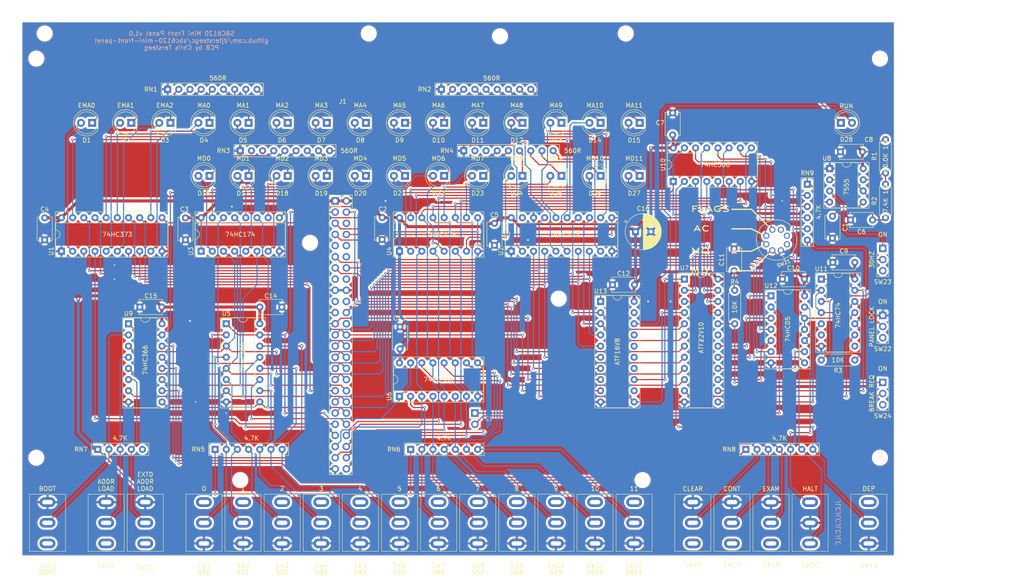
<source format=kicad_pcb>
(kicad_pcb (version 20221018) (generator pcbnew)
  (title_block (title "SBC6120 Mini Front Panel") (date "2023-12-04") (rev "1.0") (company "Chris Tersteeg"))
  (layers (0 "F.Cu" signal) (31 "B.Cu" signal) (34 "B.Paste" user) (35 "F.Paste" user) (36 "B.SilkS" user "B.Silkscreen") (37 "F.SilkS" user "F.Silkscreen") (38 "B.Mask" user) (39 "F.Mask" user) (44 "Edge.Cuts" user))
  (net 0 "")
  (net 2 "DX8")
  (net 3 "GND")
  (net 4 "DX9")
  (net 5 "DX7")
  (net 6 "DX10")
  (net 7 "DX6")
  (net 8 "DX11")
  (net 9 "DX5")
  (net 10 "DX4")
  (net 11 "EMA1")
  (net 12 "DX3")
  (net 13 "MA11")
  (net 14 "DX2")
  (net 15 "MA10")
  (net 16 "DX1")
  (net 17 "EMA0")
  (net 18 "DX0")
  (net 19 "MA9")
  (net 20 "MA1")
  (net 21 "MA8")
  (net 22 "MA0")
  (net 23 "MA7")
  (net 24 "MA2")
  (net 25 "MA6")
  (net 26 "MA3")
  (net 27 "MA5")
  (net 28 "MA4")
  (net 29 "LXMAR L")
  (net 30 "EMA2")
  (net 31 "PANEL IOT H")
  (net 32 "SPARE SKIP H")
  (net 33 "DISK CE L")
  (net 34 "LOAD DAR H")
  (net 35 "LXDAR L")
  (net 36 "WRITE L")
  (net 37 "IOCLR L")
  (net 38 "READ L")
  (net 39 "INTGNT L")
  (net 40 "INTREQ L")
  (net 41 "C1 L")
  (net 42 "C0 L")
  (net 43 "BYTE READ L")
  (net 44 "SKIP L")
  (net 45 "WR SR L")
  (net 46 "RD SR L")
  (net 47 "VCC")
  (net 48 "Net-(D1-K)")
  (net 49 "Net-(D1-A)")
  (net 50 "Net-(D2-K)")
  (net 51 "Net-(D2-A)")
  (net 52 "Net-(D3-K)")
  (net 53 "Net-(D3-A)")
  (net 54 "Net-(D4-A)")
  (net 55 "Net-(D4-K)")
  (net 56 "Net-(D5-K)")
  (net 57 "Net-(D5-A)")
  (net 58 "Net-(D6-K)")
  (net 59 "Net-(D6-A)")
  (net 60 "Net-(D7-K)")
  (net 61 "Net-(D7-A)")
  (net 62 "Net-(D8-K)")
  (net 63 "Net-(D8-A)")
  (net 64 "Net-(D9-K)")
  (net 65 "Net-(D9-A)")
  (net 66 "Net-(D10-K)")
  (net 67 "Net-(D10-A)")
  (net 68 "Net-(D11-K)")
  (net 69 "Net-(D11-A)")
  (net 70 "Net-(D12-K)")
  (net 71 "Net-(D12-A)")
  (net 72 "Net-(D13-K)")
  (net 73 "Net-(D13-A)")
  (net 74 "Net-(D14-K)")
  (net 75 "Net-(D14-A)")
  (net 76 "Net-(D15-K)")
  (net 77 "Net-(D15-A)")
  (net 78 "Net-(D16-A)")
  (net 79 "Net-(D16-K)")
  (net 80 "Net-(D17-A)")
  (net 81 "Net-(D17-K)")
  (net 82 "Net-(D18-A)")
  (net 83 "Net-(D18-K)")
  (net 84 "Net-(D19-A)")
  (net 85 "Net-(D19-K)")
  (net 86 "Net-(D20-A)")
  (net 87 "Net-(D20-K)")
  (net 88 "Net-(D21-A)")
  (net 89 "Net-(D21-K)")
  (net 90 "Net-(D22-A)")
  (net 91 "Net-(D22-K)")
  (net 92 "Net-(D23-A)")
  (net 93 "Net-(D23-K)")
  (net 94 "Net-(D24-A)")
  (net 95 "Net-(D24-K)")
  (net 96 "Net-(D25-A)")
  (net 97 "Net-(D25-K)")
  (net 98 "Net-(D26-A)")
  (net 99 "Net-(D26-K)")
  (net 100 "Net-(D27-A)")
  (net 101 "Net-(D27-K)")
  (net 102 "RUN LED")
  (net 103 "/control-logic/~{CPREQ}")
  (net 104 "Net-(J2-Pin_2)")
  (net 105 "Net-(SW23-A)")
  (net 106 "/control-logic/~{CONSOLE BREAK REQ}")
  (net 107 "Net-(RN5-R1)")
  (net 108 "Net-(RN5-R2)")
  (net 109 "Net-(RN5-R3)")
  (net 110 "Net-(RN5-R4)")
  (net 111 "Net-(RN6-R3)")
  (net 112 "Net-(RN6-R4)")
  (net 113 "Net-(RN6-R5)")
  (net 114 "Net-(RN6-R6)")
  (net 115 "/control-logic/~{BOOT SW}")
  (net 116 "/control-logic/~{LOAD ADDR SW}")
  (net 117 "/control-logic/~{LOAD EXTD ADDR SW}")
  (net 118 "/control-logic/~{CLEAR SW}")
  (net 119 "/control-logic/~{CONT SW}")
  (net 120 "/control-logic/~{EXAM SW}")
  (net 121 "/control-logic/~{DEP SW}")
  (net 122 "/control-logic/~{STATUS DISP}")
  (net 123 "/control-logic/~{AC DISP}")
  (net 124 "/control-logic/~{MQ DISP}")
  (net 125 "/control-logic/~{MD DISP}")
  (net 126 "/control-logic/~{PANEL LOCK}")
  (net 127 "Net-(SW23-B)")
  (net 128 "CLK ADDR DISP H")
  (net 130 "CLK DATA DISP H")
  (net 131 "Net-(U13-IO7)")
  (net 132 "/control-logic/RUN")
  (net 133 "/control-logic/HALT")
  (net 134 "/control-logic/RUN LED H")
  (net 135 "/control-logic/~{RUN LED L}")
  (net 136 "Net-(RN5-R5)")
  (net 137 "Net-(RN5-R6)")
  (net 138 "Net-(RN6-R1)")
  (net 139 "Net-(RN6-R2)")
  (net 140 "Net-(U8-CV)")
  (net 141 "Net-(U8-THR)")
  (net 142 "Net-(U8-DIS)")
  (net 143 "Net-(U11B-Q)")
  (net 144 "Net-(U11A-Q)")
  (net 145 "Net-(U11A-~{R})")
  (net 146 "Net-(U7-IO9)")
  (net 147 "Net-(U7-IO8)")
  (net 148 "Net-(U7-IO7)")
  (net 149 "Net-(U7-IO6)")
  (net 151 "Net-(U10-E1)")
  (footprint "Package_DIP:DIP-16_W7.62mm_Socket" (layer "F.Cu") (at 74.93 93.98)
    (fp_text reference "U9")
    (fp_text value "74HC366")
  )
  (footprint "Tersteeg:MountingHole_3.2mm_M3_Bare" (layer "F.Cu") (at 159.385 28.575)
    (fp_text reference "H12" hide)
    (fp_text value "MountingHole")
  )
  (footprint "LED_THT:LED_D5.0mm" (layer "F.Cu") (at 93.345 60.325 180)
    (fp_text reference "D16")
    (fp_text value "MD0")
  )
  (footprint "LED_THT:LED_D5.0mm" (layer "F.Cu") (at 120.015 48.26 180)
    (fp_text reference "D7")
    (fp_text value "MA3")
  )
  (footprint "Tersteeg:Miniature Toggle Switch SPDT - Oval Holes" (layer "F.Cu") (at 172.085 139.255)
    (fp_text reference "SW10")
    (fp_text value "SR9")
  )
  (footprint "LED_THT:LED_D5.0mm" (layer "F.Cu") (at 182.245 48.26 180)
    (fp_text reference "D14")
    (fp_text value "MA10")
  )
  (footprint "Capacitor_THT:C_Disc_D5.1mm_W3.2mm_P5.00mm" (layer "F.Cu") (at 55.88 69.89 -90)
    (fp_text reference "C4")
    (fp_text value "100NF")
  )
  (footprint "Tersteeg:MountingHole_3.2mm_M3_Bare" (layer "F.Cu") (at 53.975 124.46)
    (fp_text reference "H9" hide)
    (fp_text value "MountingHole")
  )
  (footprint "LED_THT:LED_D5.0mm" (layer "F.Cu") (at 93.345 48.26 180)
    (fp_text reference "D4")
    (fp_text value "MA0")
  )
  (footprint "Resistor_THT:R_Array_SIP7" (layer "F.Cu") (at 215.265 122.555)
    (fp_text reference "RN8")
    (fp_text value "4.7K")
  )
  (footprint "Capacitor_THT:C_Disc_D5.1mm_W3.2mm_P5.00mm" (layer "F.Cu") (at 87.884 69.89 -90)
    (fp_text reference "C3")
    (fp_text value "100NF")
  )
  (footprint "Capacitor_THT:C_Disc_D5.1mm_W3.2mm_P5.00mm" (layer "F.Cu") (at 132.588 69.81 -90)
    (fp_text reference "C2")
    (fp_text value "100NF")
  )
  (footprint "Package_DIP:DIP-16_W7.62mm_Socket" (layer "F.Cu") (at 91.44 77.47 90)
    (fp_text reference "U3")
    (fp_text value "74HC174")
  )
  (footprint "Capacitor_THT:C_Disc_D5.1mm_W3.2mm_P5.00mm" (layer "F.Cu") (at 228.56 83.82 180)
    (fp_text reference "C10")
    (fp_text value "100NF")
  )
  (footprint "Tersteeg:Miniature Toggle Switch SPDT - Oval Holes" (layer "F.Cu") (at 212.09 139.255 180)
    (fp_text reference "SW17")
    (fp_text value "CONT")
  )
  (footprint "LED_THT:LED_D5.0mm" (layer "F.Cu") (at 155.575 60.325 180)
    (fp_text reference "D23")
    (fp_text value "MD7")
  )
  (footprint "Resistor_THT:R_Array_SIP9" (layer "F.Cu") (at 151.13 54.61)
    (fp_text reference "RN4")
    (fp_text value "560R")
  )
  (footprint "Package_DIP:DIP-14_W7.62mm_Socket" (layer "F.Cu") (at 220.98 87.63)
    (fp_text reference "U12")
    (fp_text value "74HC05")
  )
  (footprint "Tersteeg:Miniature Toggle Switch SPDT - Oval Holes" (layer "F.Cu") (at 100.965 139.255)
    (fp_text reference "SW2")
    (fp_text value "SR1")
  )
  (footprint "Tersteeg:Miniature Toggle Switch SPDT - Oval Holes" (layer "F.Cu") (at 189.865 139.255)
    (fp_text reference "SW12")
    (fp_text value "SR11")
  )
  (footprint "Tersteeg:Miniature Toggle Switch SPDT - Oval Holes" (layer "F.Cu") (at 180.975 139.255)
    (fp_text reference "SW11")
    (fp_text value "SR10")
  )
  (footprint "Package_DIP:DIP-14_W7.62mm_Socket" (layer "F.Cu") (at 232.41 83.82)
    (fp_text reference "U11")
    (fp_text value "74HC74")
  )
  (footprint "Package_DIP:DIP-16_W7.62mm_Socket" (layer "F.Cu") (at 198.755 61.595 90)
    (fp_text reference "U10")
    (fp_text value "74HC366")
  )
  (footprint "Tersteeg:Miniature Toggle Switch SPDT - Oval Holes" (layer "F.Cu") (at 127.635 139.255)
    (fp_text reference "SW5")
    (fp_text value "SR4")
  )
  (footprint "Tersteeg:MountingHole_3.2mm_M3_Bare" (layer "F.Cu") (at 191.77 129.54)
    (fp_text reference "H5" hide)
    (fp_text value "MountingHole" hide)
  )
  (footprint "LED_THT:LED_D5.0mm" (layer "F.Cu") (at 146.685 48.26 180)
    (fp_text reference "D10")
    (fp_text value "MA6")
  )
  (footprint "Resistor_THT:R_Array_SIP9" (layer "F.Cu") (at 146.05 40.64)
    (fp_text reference "RN2")
    (fp_text value "560R")
  )
  (footprint "Tersteeg:Miniature Toggle Switch SPDT - Oval Holes" (layer "F.Cu") (at 229.87 139.255)
    (fp_text reference "SW20")
    (fp_text value "HALT")
  )
  (footprint "Tersteeg:MountingHole_3.2mm_M3_Bare" (layer "F.Cu") (at 172.72 88.265)
    (fp_text reference "H10" hide)
    (fp_text value "MountingHole")
  )
  (footprint "LED_THT:LED_D5.0mm" (layer "F.Cu") (at 111.125 60.325 180)
    (fp_text reference "D18")
    (fp_text value "MD2")
  )
  (footprint "LED_THT:LED_D5.0mm" (layer "F.Cu") (at 102.235 48.26 180)
    (fp_text reference "D5")
    (fp_text value "MA1")
  )
  (footprint "LED_THT:LED_D5.0mm" (layer "F.Cu") (at 137.795 60.325 180)
    (fp_text reference "D21")
    (fp_text value "MD5")
  )
  (footprint "LED_THT:LED_D5.0mm" (layer "F.Cu") (at 146.685 60.325 180)
    (fp_text reference "D22")
    (fp_text value "MD6")
  )
  (footprint "LED_THT:LED_D5.0mm" (layer "F.Cu") (at 137.795 48.26 180)
    (fp_text reference "D9")
    (fp_text value "MA5")
  )
  (footprint "Tersteeg:Miniature Toggle Switch SPDT - Oval Holes" (layer "F.Cu") (at 136.525 139.255)
    (fp_text reference "SW6")
    (fp_text value "SR5")
  )
  (footprint "Capacitor_THT:C_Disc_D5.1mm_W3.2mm_P5.00mm" (layer "F.Cu") (at 158.115 71.12 -90)
    (fp_text reference "C5")
    (fp_text value "100NF")
  )
  (footprint "Capacitor_THT:CP_Radial_D8.0mm_P3.50mm" (layer "F.Cu") (at 190.175 73.025)
    (fp_text reference "C16")
    (fp_text value "470uF 10V")
  )
  (footprint "Tersteeg:Miniature Toggle Switch SPDT - Oval Holes" (layer "F.Cu") (at 154.305 139.255)
    (fp_text reference "SW8")
    (fp_text value "SR7")
  )
  (footprint "Package_DIP:DIP-16_W7.62mm_Socket" (layer "F.Cu") (at 136.525 77.47 90)
    (fp_text reference "U4")
    (fp_text value "74HC174")
  )
  (footprint "Tersteeg:MountingHole_3.2mm_M3_Bare" (layer "F.Cu") (at 245.745 33.655)
    (fp_text reference "H6" hide)
    (fp_text value "MountingHole")
  )
  (footprint "Capacitor_THT:C_Disc_D5.1mm_W3.2mm_P5.00mm" (layer "F.Cu") (at 198.628 51.014 90)
    (fp_text reference "C7")
    (fp_text value "100NF")
  )
  (footprint "LED_THT:LED_D5.0mm" (layer "F.Cu") (at 111.125 48.26 180)
    (fp_text reference "D6")
    (fp_text value "MA2")
  )
  (footprint "Package_DIP:DIP-20_W7.62mm_Socket" (layer "F.Cu") (at 161.925 77.47 90)
    (fp_text reference "U2")
    (fp_text value "74HC373")
  )
  (footprint "Tersteeg:Miniature Toggle Switch SPDT - Oval Holes" (layer "F.Cu") (at 56.515 139.255 180)
    (fp_text reference "SW13")
    (fp_text value "BOOT")
  )
  (footprint "Resistor_THT:R_Axial_DIN0207_L6.3mm_D2.5mm_P7.62mm_Horizontal" (layer "F.Cu") (at 247.015 62.23 -90)
    (fp_text reference "R2")
    (fp_text value "17.4K 1%")
  )
  (footprint "LED_THT:LED_D5.0mm" (layer "F.Cu") (at 128.905 48.26 180)
    (fp_text reference "D8")
    (fp_text value "MA4")
  )
  (footprint "Tersteeg:MountingHole_3.2mm_M3_Bare" (layer "F.Cu") (at 100.33 129.54)
    (fp_text reference "H4" hide)
    (fp_text value "MountingHole" hide)
  )
  (footprint "Tersteeg:Miniature Toggle Switch SPDT - Oval Holes" (layer "F.Cu") (at 163.195 139.255)
    (fp_text reference "SW9")
    (fp_text value "SR8")
  )
  (footprint "Capacitor_THT:C_Disc_D5.1mm_W3.2mm_P5.00mm" (layer "F.Cu") (at 136.652 99.695 90)
    (fp_text reference "C13")
    (fp_text value "100NF")
  )
  (footprint "Package_DIP:DIP-16_W7.62mm_Socket" (layer "F.Cu") (at 136.515 110.49 90)
    (fp_text reference "U6")
    (fp_text value "74HC366")
  )
  (footprint "Tersteeg:MountingHole_3.2mm_M3_Bare" (layer "F.Cu") (at 245.745 124.46)
    (fp_text reference "H7" hide)
    (fp_text value "MountingHole")
  )
  (footprint "LED_THT:LED_D5.0mm" (layer "F.Cu") (at 75.565 48.26 180)
    (fp_text reference "D2")
    (fp_text value "EMA1")
  )
  (footprint "Connector_PinHeader_2.54mm:PinHeader_1x03_P2.54mm_Vertical" (layer "F.Cu") (at 246.38 76.835)
    (fp_text reference "SW23")
    (fp_text value "30HZ")
  )
  (footprint "LED_THT:LED_D5.0mm" (layer "F.Cu") (at 102.235 60.325 180)
    (fp_text reference "D17")
    (fp_text value "MD1")
  )
  (footprint "Tersteeg:MountingHole_3.2mm_M3_Bare" (layer "F.Cu") (at 53.975 33.655)
    (fp_text reference "H8" hide)
    (fp_text value "MountingHole")
  )
  (footprint "Package_DIP:DIP-8_W7.62mm_Socket" (layer "F.Cu") (at 234.315 58.674)
    (fp_text reference "U8")
    (fp_text value "7555")
  )
  (footprint "Capacitor_THT:C_Disc_D5.1mm_W3.2mm_P5.00mm" (layer "F.Cu") (at 234.95 69.509 -90)
    (fp_text reference "C1")
    (fp_text value "0.01UF")
  )
  (footprint "Resistor_THT:R_Array_SIP5" (layer "F.Cu") (at 67.945 122.555)
    (fp_text reference "RN7")
    (fp_text value "4.7K")
  )
  (footprint "Resistor_THT:R_Array_SIP6" (layer "F.Cu") (at 229.235 62.23 -90)
    (fp_text reference "RN9")
    (fp_text value "4.7K")
  )
  (footprint "RM104772BCB-SnapEDA:RM104772BCB" (layer "F.Cu") (at 222.25 74.93 -157.5)
    (property "VALUE" "SP4T")
    (fp_text reference "SW21")
    (fp_text value "RM104772BCB")
  )
  (footprint "Capacitor_THT:C_Disc_D5.1mm_W3.2mm_P5.00mm" (layer "F.Cu") (at 82.51 90.17 180)
    (fp_text reference "C15")
    (fp_text value "100NF")
  )
  (footprint "Tersteeg:Miniature Toggle Switch SPDT - Oval Holes" (layer "F.Cu") (at 92.075 139.255)
    (fp_text reference "SW1")
    (fp_text value "SR0")
  )
  (footprint "Tersteeg:Miniature Toggle Switch SPDT - Oval Holes" (layer "F.Cu") (at 220.98 139.255 180)
    (fp_text reference "SW18")
    (fp_text value "EXAM")
  )
  (footprint "Capacitor_THT:C_Disc_D5.1mm_W3.2mm_P5.00mm" (layer "F.Cu") (at 240.03 80.01 180)
    (fp_text reference "C9")
    (fp_text value "100NF")
  )
  (footprint "LED_THT:LED_D5.0mm" (layer "F.Cu") (at 120.015 60.325 180)
    (fp_text reference "D19")
    (fp_text value "MD3")
  )
  (footprint "LED_THT:LED_D5.0mm" (layer "F.Cu") (at 66.675 48.26 180)
    (fp_text reference "D1")
    (fp_text value "EMA0")
  )
  (footprint "Tersteeg:Miniature Toggle Switch SPDT - Oval Holes" (layer "F.Cu") (at 109.855 139.255)
    (fp_text reference "SW3")
    (fp_text value "SR2")
  )
  (footprint "LED_THT:LED_D5.0mm" (layer "F.Cu") (at 128.905 60.325 180)
    (fp_text reference "D20")
    (fp_text value "MD4")
  )
  (footprint "LED_THT:LED_D5.0mm" (layer "F.Cu") (at 173.355 60.325 180)
    (fp_text reference "D25")
    (fp_text value "MD9")
  )
  (footprint "Resistor_THT:R_Axial_DIN0207_L6.3mm_D2.5mm_P7.62mm_Horizontal" (layer "F.Cu") (at 212.725 86.36 -90)
    (fp_text reference "R4")
    (fp_text value "10K")
  )
  (footprint "Resistor_THT:R_Array_SIP7" (layer "F.Cu") (at 139.065 122.555)
    (fp_text reference "RN6")
    (fp_text value "4.7K")
  )
  (footprint "Package_DIP:DIP-20_W7.62mm_Socket" (layer "F.Cu") (at 59.69 77.47 90)
    (fp_text reference "U1")
    (fp_text value "74HC373")
  )
  (footprint "Capacitor_THT:C_Disc_D5.1mm_W3.2mm_P5.00mm" (layer "F.Cu") (at 104.775 90.17)
    (fp_text reference "C14")
    (fp_text value "100NF")
  )
  (footprint "LED_THT:LED_D5.0mm" (layer "F.Cu") (at 191.135 48.26 180)
    (fp_text reference "D15")
    (fp_text value "MA11")
  )
  (footprint "Package_DIP:DIP-20_W7.62mm_Socket" (layer "F.Cu") (at 182.245 88.9)
    (fp_text reference "U13")
    (fp_text value "ATF16V8")
  )
  (footprint "Tersteeg:Miniature Toggle Switch SPDT - Oval Holes" (layer "F.Cu") (at 118.745 139.255)
    (fp_text reference "SW4")
    (fp_text value "SR3")
  )
  (footprint "Capacitor_THT:C_Disc_D5.1mm_W3.2mm_P5.00mm" (layer "F.Cu") (at 212.598 81.915 90)
    (fp_text reference "C11")
    (fp_text value "100NF")
  )
  (footprint "Tersteeg:Miniature Toggle Switch SPDT - Oval Holes" (layer "F.Cu") (at 243.205 139.255)
    (fp_text reference "SW19")
    (fp_text value "DEP")
  )
  (footprint "Capacitor_THT:C_Disc_D5.1mm_W3.2mm_P5.00mm" (layer "F.Cu") (at 189.952 85.09 180)
    (fp_text reference "C12")
    (fp_text value "100NF")
  )
  (footprint "Capacitor_THT:C_Disc_D5.1mm_W3.2mm_P5.00mm" (layer "F.Cu") (at 244.054 70.358 180)
    (fp_text reference "C6")
    (fp_text value "1UF 10V")
  )
  (footprint "Connector_PinHeader_2.54mm:PinHeader_1x03_P2.54mm_Vertical" (layer "F.Cu") (at 246.38 92.075)
    (fp_text reference "SW22")
    (fp_text value "PLOCK")
  )
  (footprint "Tersteeg:MountingHole_3.2mm_M3_Bare" (layer "F.Cu") (at 55.88 27.94)
    (fp_text reference "H1" hide)
    (fp_text value "MountingHole" hide)
  )
  (footprint "LED_THT:LED_D5.0mm" (layer "F.Cu") (at 173.355 48.26 180)
    (fp_text reference "D13")
    (fp_text value "MA9")
  )
  (footprint "Tersteeg:Miniature Toggle Switch SPDT - Oval Holes" (layer "F.Cu") (at 78.74 139.255 180)
    (fp_text reference "SW15")
    (fp_text value "LXA")
  )
  (footprint "Tersteeg:MountingHole_3.2mm_M3_Bare" (layer "F.Cu") (at 116.205 75.565)
    (fp_text reference "H11" hide)
    (fp_text value "MountingHole")
  )
  (footprint "LED_THT:LED_D5.0mm" (layer "F.Cu") (at 164.465 48.26 180)
    (fp_text reference "D12")
    (fp_text value "MA8")
  )
  (footprint "Resistor_THT:R_Array_SIP7" (layer "F.Cu") (at 94.615 122.555)
    (fp_text reference "RN5")
    (fp_text value "4.7K")
  )
  (footprint "Connector_PinHeader_2.54mm:PinHeader_1x03_P2.54mm_Vertical" (layer "F.Cu") (at 246.38 107.315)
    (fp_text reference "SW24")
    (fp_text value "ENABLE CONSOLE SLU BREAK REQ")
  )
  (footprint "Resistor_THT:R_Array_SIP9" (layer "F.Cu") (at 83.82 40.64)
    (fp_text reference "RN1")
    (fp_text value "560R")
  )
  (footprint "Tersteeg:MountingHole_3.2mm_M3_Bare" (layer "F.Cu") (at 187.96 27.94)
    (fp_text reference "H3" hide)
    (fp_text value "MountingHole" hide)
  )
  (footprint "LED_THT:LED_D5.0mm" (layer "F.Cu") (at 164.465 60.325 180)
    (fp_text reference "D24")
    (fp_text value "MD8")
  )
  (footprint "LED_THT:LED_D5.0mm" (layer "F.Cu") (at 236.855 48.26)
    (fp_text reference "D28")
    (fp_text value "RUN")
  )
  (footprint "LED_THT:LED_D5.0mm" (layer "F.Cu") (at 182.245 60.325 180)
    (fp_text reference "D26")
    (fp_text value "MD10")
  )
  (footprint "Capacitor_THT:C_Disc_D5.1mm_W3.2mm_P5.00mm" (layer "F.Cu") (at 241.768 54.864 180)
    (fp_text reference "C8")
    (fp_text value "100NF")
  )
  (footprint "Resistor_THT:R_Axial_DIN0207_L6.3mm_D2.5mm_P7.62mm_Horizontal" (layer "F.Cu") (at 247.015 52.07 -90)
    (fp_text reference "R1")
    (fp_text value "10.0K 1%")
  )
  (footprint "Package_DIP:DIP-16_W7.62mm_Socket" (layer "F.Cu") (at 97.155 93.97)
    (fp_text reference "U5")
    (fp_text value "74HC366")
  )
  (footprint "Tersteeg:Miniature Toggle Switch SPDT - Oval Holes" (layer "F.Cu") (at 69.85 139.255 180)
    (fp_text reference "SW14")
    (fp_text value "LA")
  )
  (footprint "Connector_PinHeader_2.54mm:PinHeader_2x25_P2.54mm_Vertical" (layer "F.Cu") (at 121.915 66.035)
    (fp_text reference "J1")
    (fp_text value "Conn_02x25_Odd_Even" hide)
  )
  (footprint "Resistor_THT:R_Array_SIP9" (layer "F.Cu") (at 100.33 54.61)
    (fp_text reference "RN3")
    (fp_text value "560R")
  )
  (footprint "LED_THT:LED_D5.0mm" (layer "F.Cu") (at 155.575 48.26 180)
    (fp_text reference "D11")
    (fp_text value "MA7")
  )
  (footprint "Tersteeg:MountingHole_3.2mm_M3_Bare" (layer "F.Cu") (at 129.54 27.94)
    (fp_text reference "H2" hide)
    (fp_text value "MountingHole" hide)
  )
  (footprint "Tersteeg:Miniature Toggle Switch SPDT - Oval Holes" (layer "F.Cu") (at 203.2 139.255 180)
    (fp_text reference "SW16")
    (fp_text value "CLEAR")
  )
  (footprint "Resistor_THT:R_Axial_DIN0207_L6.3mm_D2.5mm_P7.62mm_Horizontal" (layer "F.Cu") (at 240.03 102.235 180)
    (fp_text reference "R3")
    (fp_text value "10K")
  )
  (footprint "Package_DIP:DIP-24_W7.62mm_Socket" (layer "F.Cu") (at 201.295 83.82)
    (fp_text reference "U7")
    (fp_text value "ATF22V10")
  )
  (footprint "LED_THT:LED_D5.0mm" (layer "F.Cu") (at 84.46 48.26 180)
    (fp_text reference "D3")
    (fp_text value "EMA2")
  )
  (footprint "LED_THT:LED_D5.0mm" (layer "F.Cu") (at 191.135 60.325 180)
    (fp_text reference "D27")
    (fp_text value "MD11")
  )
  (footprint "Tersteeg:Miniature Toggle Switch SPDT - Oval Holes" (layer "F.Cu") (at 145.415 139.255)
    (fp_text reference "SW7")
    (fp_text value "SR6")
  )
  (footprint "Connector_PinHeader_2.54mm:PinHeader_1x02_P2.54mm_Vertical" (layer "B.Cu") (at 153.67 114.295 180)
    (fp_text reference "J2")
    (fp_text value "SBC CPREQ")
  )
  (gr_line (start 216.535 67.945) (end 212.09 67.945) (stroke (width 0.3)) (layer "F.SilkS"))
  (gr_line (start 220.345 71.755) (end 216.535 67.945) (stroke (width 0.3)) (layer "F.SilkS"))
  (gr_line (start 216.535 72.39) (end 219.075 73.66) (stroke (width 0.3)) (layer "F.SilkS"))
  (gr_line (start 216.535 81.915) (end 212.09 81.915) (stroke (width 0.3)) (layer "F.SilkS"))
  (gr_line (start 216.535 81.915) (end 220.345 78.105) (stroke (width 0.3)) (layer "F.SilkS"))
  (gr_line (start 216.535 72.39) (end 212.09 72.39) (stroke (width 0.3)) (layer "F.SilkS"))
  (gr_line (start 216.535 77.47) (end 212.09 77.47) (stroke (width 0.3)) (layer "F.SilkS"))
  (gr_line (start 216.535 77.47) (end 219.075 76.2) (stroke (width 0.3)) (layer "F.SilkS"))
  (gr_rect (start 50.8 25.4) (end 248.92 146.685) (stroke (width 0.1)) (fill none) (layer "Edge.Cuts"))
  (gr_text "JLCJLCJLCJLC" (at 236.855 133.985 90) (layer "B.SilkS") (effects (font (size 1 1)) (justify left bottom mirror)))
  (gr_text "SBC6120 Mini Front Panel v1.0\ngithub.com/djtersteegc/sbc6120-mini-front-panel\nPCB by Chris Tersteeg" (at 86.995 31.75) (layer "B.SilkS") (effects (font (size 1 1)) (justify bottom mirror)))
  (gr_text "EXAM" (at 220.98 132.12) (layer "F.SilkS") (effects (font (size 1 1)) (justify bottom)))
  (gr_text "ON" (at 246.38 74.295) (layer "F.SilkS") (effects (font (size 1 1)) (justify bottom)))
  (gr_text "8" (at 163.195 132.08) (layer "F.SilkS") (effects (font (size 1 1)) (justify bottom)))
  (gr_text "9" (at 172.085 132.08) (layer "F.SilkS") (effects (font (size 1 1)) (justify bottom)))
  (gr_text "7" (at 154.305 132.08) (layer "F.SilkS") (effects (font (size 1 1)) (justify bottom)))
  (gr_text "FLAGS" (at 202.565 68.58) (layer "F.SilkS") (effects (font (size 1.2 2) (thickness 0.24) bold) (justify left bottom)))
  (gr_text "HALT" (at 229.87 132.12) (layer "F.SilkS") (effects (font (size 1 1)) (justify bottom)))
  (gr_text "30HZ" (at 244.475 79.375 90) (layer "F.SilkS") (effects (font (size 1 1)) (justify bottom)))
  (gr_text "ADDR\nLOAD" (at 69.85 132.08) (layer "F.SilkS") (effects (font (size 1 1)) (justify bottom)))
  (gr_text "CLEAR" (at 203.2 132.12) (layer "F.SilkS") (effects (font (size 1 1)) (justify bottom)))
  (gr_text "6" (at 145.415 132.08) (layer "F.SilkS") (effects (font (size 1 1)) (justify bottom)))
  (gr_text "MQ" (at 202.565 78.105) (layer "F.SilkS") (effects (font (size 1.2 2) (thickness 0.24) bold) (justify left bottom)))
  (gr_text "BREAK REQ" (at 244.475 109.855 90) (layer "F.SilkS") (effects (font (size 1 1)) (justify bottom)))
  (gr_text "BOOT" (at 56.515 132.08) (layer "F.SilkS") (effects (font (size 1 1)) (justify bottom)))
  (gr_text "MD" (at 202.455 82.55) (layer "F.SilkS") (effects (font (size 1.2 2) (thickness 0.24) bold) (justify left bottom)))
  (gr_text "ON" (at 246.38 89.535) (layer "F.SilkS") (effects (font (size 1 1)) (justify bottom)))
  (gr_text "4" (at 127.635 132.08) (layer "F.SilkS") (effects (font (size 1 1)) (justify bottom)))
  (gr_text "3" (at 118.745 132.08) (layer "F.SilkS") (effects (font (size 1 1)) (justify bottom)))
  (gr_text "5" (at 136.525 132.08) (layer "F.SilkS") (effects (font (size 1 1)) (justify bottom)))
  (gr_text "DEP" (at 243.205 132.08) (layer "F.SilkS") (effects (font (size 1 1)) (justify bottom)))
  (gr_text "1" (at 100.965 132.08) (layer "F.SilkS") (effects (font (size 1 1)) (justify bottom)))
  (gr_text "PANEL LOCK" (at 244.475 94.615 90) (layer "F.SilkS") (effects (font (size 1 1)) (justify bottom)))
  (gr_text "ON" (at 246.38 104.775) (layer "F.SilkS") (effects (font (size 1 1)) (justify bottom)))
  (gr_text "AC" (at 203.2 73.025) (layer "F.SilkS") (effects (font (size 1.2 2) (thickness 0.24) bold) (justify left bottom)))
  (gr_text "CONT" (at 212.09 132.12) (layer "F.SilkS") (effects (font (size 1 1)) (justify bottom)))
  (gr_text "2" (at 109.855 132.08) (layer "F.SilkS") (effects (font (size 1 1)) (justify bottom)))
  (gr_text "11" (at 189.865 132.08) (layer "F.SilkS") (effects (font (size 1 1)) (justify bottom)))
  (gr_text "10" (at 180.975 132.08) (layer "F.SilkS") (effects (font (size 1 1)) (justify bottom)))
  (gr_text "O" (at 92.075 132.08) (layer "F.SilkS") (effects (font (size 1 1)) (justify bottom)))
  (gr_text "EXTD\nADDR\nLOAD" (at 78.74 132.08) (layer "F.SilkS") (effects (font (size 1 1)) (justify bottom)))
  (segment (start 151.755 119.38) (end 133.259458 119.38) (width 0.25) (layer "F.Cu") (net 2))
  (segment (start 133.259458 119.38) (end 128.999458 123.64) (width 0.25) (layer "F.Cu") (net 2))
  (segment (start 127.81 123.64) (end 124.455 126.995) (width 0.25) (layer "F.Cu") (net 2))
  (segment (start 150.495 66.04) (end 213.995 66.04) (width 0.25) (layer "F.Cu") (net 2))
  (segment (start 128.999458 123.64) (end 127.81 123.64) (width 0.25) (layer "F.Cu") (net 2))
  (via (at 213.995 66.04) (size 0.6) (drill 0.3) (layers "F.Cu" "B.Cu") (net 2))
  (via (at 150.495 66.04) (size 0.6) (drill 0.3) (layers "F.Cu" "B.Cu") (net 2))
  (via (at 151.755 119.38) (size 0.6) (drill 0.3) (layers "F.Cu" "B.Cu") (net 2))
  (segment (start 213.995 61.595) (end 213.995 66.04) (width 0.25) (layer "B.Cu") (net 2))
  (segment (start 149.098 77.47) (end 150.495 78.867) (width 0.25) (layer "B.Cu") (net 2))
  (segment (start 150.495 78.867) (end 150.495 107.95) (width 0.25) (layer "B.Cu") (net 2))
  (segment (start 150.495 107.95) (end 151.755 109.21) (width 0.25) (layer "B.Cu") (net 2))
  (segment (start 150.495 66.04) (end 150.495 76.073) (width 0.25) (layer "B.Cu") (net 2))
  (segment (start 151.755 109.21) (end 151.755 110.49) (width 0.25) (layer "B.Cu") (net 2))
  (segment (start 151.755 119.38) (end 151.755 110.49) (width 0.25) (layer "B.Cu") (net 2))
  (segment (start 150.495 76.073) (end 149.098 77.47) (width 0.25) (layer "B.Cu") (net 2))
  (via (at 223.52 66.04) (size 0.6) (drill 0.3) (layers "F.Cu" "B.Cu") (net 3))
  (via (at 98.425 67.31) (size 0.8) (drill 0.4) (layers "F.Cu" "B.Cu") (net 3))
  (via (at 133.35 66.04) (size 0.8) (drill 0.4) (layers "F.Cu" "B.Cu") (net 3))
  (via (at 71.755 83.82) (size 0.6) (drill 0.3) (layers "F.Cu" "B.Cu") (net 3))
  (via (at 88.9 93.345) (size 0.8) (drill 0.4) (layers "F.Cu" "B.Cu") (net 3))
  (via (at 97.155 114.3) (size 0.6) (drill 0.3) (layers "F.Cu" "B.Cu") (net 3))
  (via (at 198.12 88.9) (size 0.8) (drill 0.4) (layers "F.Cu" "B.Cu") (net 3))
  (via (at 71.755 80.645) (size 0.6) (drill 0.3) (layers "F.Cu" "B.Cu") (net 3))
  (via (at 165.735 74.93) (size 0.8) (drill 0.4) (layers "F.Cu" "B.Cu") (net 3))
  (via (at 205.105 97.79) (size 0.8) (drill 0.4) (layers "F.Cu" "B.Cu") (net 3))
  (via (at 193.04 88.9) (size 0.8) (drill 0.4) (layers "F.Cu" "B.Cu") (net 3))
  (via (at 90.17 111.76) (size 0.6) (drill 0.3) (layers "F.Cu" "B.Cu") (net 3))
  (segment (start 155.575 118.745) (end 133.258062 118.745) (width 0.25) (layer "F.Cu") (net 4))
  (segment (start 149.225 66.675) (end 215.265 66.675) (width 0.25) (layer "F.Cu") (net 4))
  (segment (start 125.731396 123.19) (end 124.466396 124.455) (width 0.25) (layer "F.Cu") (net 4))
  (segment (start 149.86 70.993) (end 149.098 70.231) (width 0.25) (layer "F.Cu") (net 4))
  (segment (start 153.035 70.993) (end 149.86 70.993) (width 0.25) (layer "F.Cu") (net 4))
  (segment (start 133.258062 118.745) (end 128.813062 123.19) (width 0.25) (layer "F.Cu") (net 4))
  (segment (start 128.813062 123.19) (end 125.731396 123.19) (width 0.25) (layer "F.Cu") (net 4))
  (via (at 155.575 118.745) (size 0.6) (drill 0.3) (layers "F.Cu" "B.Cu") (net 4))
  (via (at 149.225 66.675) (size 0.6) (drill 0.3) (layers "F.Cu" "B.Cu") (net 4))
  (via (at 153.035 70.993) (size 0.6) (drill 0.3) (layers "F.Cu" "B.Cu") (net 4))
  (via (at 215.265 66.675) (size 0.6) (drill 0.3) (layers "F.Cu" "B.Cu") (net 4))
  (segment (start 215.265 55.245) (end 216.535 53.975) (width 0.25) (layer "B.Cu") (net 4))
  (segment (start 155.575 118.745) (end 155.575 104.15) (width 0.25) (layer "B.Cu") (net 4))
  (segment (start 155.575 104.15) (end 154.295 102.87) (width 0.25) (layer "B.Cu") (net 4))
  (segment (start 153.053 71.011) (end 153.053 101.628) (width 0.25) (layer "B.Cu") (net 4))
  (segment (start 215.265 66.675) (end 215.265 55.245) (width 0.25) (layer "B.Cu") (net 4))
  (segment (start 149.225 66.675) (end 149.225 69.85) (width 0.25) (layer "B.Cu") (net 4))
  (segment (start 153.035 70.993) (end 153.053 71.011) (width 0.25) (layer "B.Cu") (net 4))
  (segment (start 153.053 101.628) (end 154.295 102.87) (width 0.25) (layer "B.Cu") (net 4))
  (segment (start 145.415 65.405) (end 208.28 65.405) (width 0.25) (layer "F.Cu") (net 5))
  (segment (start 125.73 122.555) (end 125.73 121.469749) (width 0.25) (layer "F.Cu") (net 5))
  (segment (start 125.095 123.19) (end 125.73 122.555) (width 0.25) (layer "F.Cu") (net 5))
  (segment (start 121.915 124.455) (end 123.18 123.19) (width 0.25) (layer "F.Cu") (net 5))
  (segment (start 131.445 118.11) (end 146.685 118.11) (width 0.25) (layer "F.Cu") (net 5))
  (segment (start 208.28 65.405) (end 208.915 64.77) (width 0.25) (layer "F.Cu") (net 5))
  (segment (start 128.905 120.65) (end 131.445 118.11) (width 0.25) (layer "F.Cu") (net 5))
  (segment (start 126.549749 120.65) (end 128.905 120.65) (width 0.25) (layer "F.Cu") (net 5))
  (segment (start 123.18 123.19) (end 125.095 123.19) (width 0.25) (layer "F.Cu") (net 5))
  (segment (start 208.915 64.77) (end 208.915 61.595) (width 0.25) (layer "F.Cu") (net 5))
  (segment (start 125.73 121.469749) (end 126.549749 120.65) (width 0.25) (layer "F.Cu") (net 5))
  (via (at 145.415 65.405) (size 0.6) (drill 0.3) (layers "F.Cu" "B.Cu") (net 5))
  (via (at 146.685 118.11) (size 0.6) (drill 0.3) (layers "F.Cu" "B.Cu") (net 5))
  (segment (start 145.415 76.073) (end 144.018 77.47) (width 0.25) (layer "B.Cu") (net 5))
  (segment (start 146.675 118.1) (end 146.675 110.49) (width 0.25) (layer "B.Cu") (net 5))
  (segment (start 146.675 108.575) (end 146.675 110.49) (width 0.25) (layer "B.Cu") (net 5))
  (segment (start 145.415 107.315) (end 146.675 108.575) (width 0.25) (layer "B.Cu") (net 5))
  (segment (start 146.685 118.11) (end 146.675 118.1) (width 0.25) (layer "B.Cu") (net 5))
  (segment (start 145.415 78.867) (end 145.415 107.315) (width 0.25) (layer "B.Cu") (net 5))
  (segment (start 144.018 77.47) (end 145.415 78.867) (width 0.25) (layer "B.Cu") (net 5))
  (segment (start 145.415 65.405) (end 145.415 76.073) (width 0.25) (layer "B.Cu") (net 5))
  (segment (start 127.635 116.84) (end 125.73 118.745) (width 0.25) (layer "F.Cu") (net 6))
  (segment (start 144.78 70.993) (end 144.018 70.231) (width 0.25) (layer "F.Cu") (net 6))
  (segment (start 150.495 116.84) (end 127.635 116.84) (width 0.25) (layer "F.Cu") (net 6))
  (segment (start 210.185 67.31) (end 144.145 67.31) (width 0.25) (layer "F.Cu") (net 6))
  (segment (start 125.73 118.745) (end 125.73 120.65) (width 0.25) (layer "F.Cu") (net 6))
  (segment (start 125.73 120.65) (end 124.465 121.915) (width 0.25) (layer "F.Cu") (net 6))
  (segment (start 147.955 70.993) (end 144.78 70.993) (width 0.25) (layer "F.Cu") (net 6))
  (via (at 147.955 70.993) (size 0.6) (drill 0.3) (layers "F.Cu" "B.Cu") (net 6))
  (via (at 144.145 67.31) (size 0.6) (drill 0.3) (layers "F.Cu" "B.Cu") (net 6))
  (via (at 150.495 116.84) (size 0.6) (drill 0.3) (layers "F.Cu" "B.Cu") (net 6))
  (via (at 210.185 67.31) (size 0.6) (drill 0.3) (layers "F.Cu" "B.Cu") (net 6))
  (segment (start 147.973 71.011) (end 147.973 101.628) (width 0.25) (layer "B.Cu") (net 6))
  (segment (start 149.215 107.94) (end 149.215 102.87) (width 0.25) (layer "B.Cu") (net 6))
  (segment (start 147.973 101.628) (end 149.215 102.87) (width 0.25) (layer "B.Cu") (net 6))
  (segment (start 210.185 67.31) (end 210.185 55.245) (width 0.25) (layer "B.Cu") (net 6))
  (segment (start 144.145 67.31) (end 144.145 69.85) (width 0.25) (layer "B.Cu") (net 6))
  (segment (start 147.955 70.993) (end 147.973 71.011) (width 0.25) (layer "B.Cu") (net 6))
  (segment (start 210.185 55.245) (end 211.455 53.975) (width 0.25) (layer "B.Cu") (net 6))
  (segment (start 150.495 116.84) (end 150.495 109.22) (width 0.25) (layer "B.Cu") (net 6))
  (segment (start 150.495 109.22) (end 149.215 107.94) (width 0.25) (layer "B.Cu") (net 6))
  (segment (start 203.835 64.135) (end 203.835 61.595) (width 0.25) (layer "F.Cu") (net 7))
  (segment (start 203.2 64.77) (end 203.835 64.135) (width 0.25) (layer "F.Cu") (net 7))
  (segment (start 140.335 64.77) (end 203.2 64.77) (width 0.25) (layer "F.Cu") (net 7))
  (via (at 140.335 64.77) (size 0.6) (drill 0.3) (layers "F.Cu" "B.Cu") (net 7))
  (segment (start 141.478 77.47) (end 140.47 78.478) (width 0.25) (layer "B.Cu") (net 7))
  (segment (start 140.335 64.77) (end 140.335 76.2) (width 0.25) (layer "B.Cu") (net 7))
  (segment (start 141.595 116.84) (end 141.595 110.49) (width 0.25) (layer "B.Cu") (net 7))
  (segment (start 123.19 120.64) (end 123.19 118.544149) (width 0.25) (layer "B.Cu") (net 7))
  (segment (start 121.915 121.915) (end 123.19 120.64) (width 0.25) (layer "B.Cu") (net 7))
  (segment (start 140.96 117.475) (end 141.595 116.84) (width 0.25) (layer "B.Cu") (net 7))
  (segment (start 140.47 107.577) (end 141.595 108.702) (width 0.25) (layer "B.Cu") (net 7))
  (segment (start 123.624149 118.11) (end 125.72 118.11) (width 0.25) (layer "B.Cu") (net 7))
  (segment (start 126.355 117.475) (end 140.96 117.475) (width 0.25) (layer "B.Cu") (net 7))
  (segment (start 123.19 118.544149) (end 123.624149 118.11) (width 0.25) (layer "B.Cu") (net 7))
  (segment (start 125.72 118.11) (end 126.355 117.475) (width 0.25) (layer "B.Cu") (net 7))
  (segment (start 140.335 76.2) (end 141.605 77.47) (width 0.25) (layer "B.Cu") (net 7))
  (segment (start 141.595 108.702) (end 141.595 110.49) (width 0.25) (layer "B.Cu") (net 7))
  (segment (start 140.47 78.478) (end 140.47 107.577) (width 0.25) (layer "B.Cu") (net 7))
  (segment (start 127 116.205) (end 125.095 118.11) (width 0.25) (layer "F.Cu") (net 8))
  (segment (start 125.095 118.735) (end 124.455 119.375) (width 0.25) (layer "F.Cu") (net 8))
  (segment (start 205.105 67.945) (end 142.24 67.945) (width 0.25) (layer "F.Cu") (net 8))
  (segment (start 142.24 67.945) (end 141.605 68.58) (width 0.25) (layer "F.Cu") (net 8))
  (segment (start 145.415 116.205) (end 127 116.205) (width 0.25) (layer "F.Cu") (net 8))
  (segment (start 125.095 118.11) (end 125.095 118.735) (width 0.25) (layer "F.Cu") (net 8))
  (segment (start 141.605 68.58) (end 141.605 69.85) (width 0.25) (layer "F.Cu") (net 8))
  (via (at 145.415 116.205) (size 0.6) (drill 0.3) (layers "F.Cu" "B.Cu") (net 8))
  (via (at 205.105 67.945) (size 0.6) (drill 0.3) (layers "F.Cu" "B.Cu") (net 8))
  (segment (start 145.415 109.0295) (end 144.135 107.7495) (width 0.25) (layer "B.Cu") (net 8))
  (segment (start 205.105 55.245) (end 206.375 53.975) (width 0.25) (layer "B.Cu") (net 8))
  (segment (start 141.605 69.977) (end 142.875 71.247) (width 0.25) (layer "B.Cu") (net 8))
  (segment (start 142.875 71.247) (end 142.875 101.61) (width 0.25) (layer "B.Cu") (net 8))
  (segment (start 205.105 67.945) (end 205.105 55.245) (width 0.25) (layer "B.Cu") (net 8))
  (segment (start 142.875 101.61) (end 144.135 102.87) (width 0.25) (layer "B.Cu") (net 8))
  (segment (start 145.415 116.205) (end 145.415 109.0295) (width 0.25) (layer "B.Cu") (net 8))
  (segment (start 144.135 107.7495) (end 144.135 102.87) (width 0.25) (layer "B.Cu") (net 8))
  (segment (start 120.015 117.475) (end 121.915 119.375) (width 0.25) (layer "F.Cu") (net 9))
  (segment (start 101.6 117.475) (end 120.015 117.475) (width 0.25) (layer "F.Cu") (net 9))
  (segment (start 82.55 101.6) (end 83.955 103.005) (width 0.25) (layer "F.Cu") (net 9))
  (segment (start 95.25 103.005) (end 103.36 103.005) (width 0.25) (layer "F.Cu") (net 9))
  (segment (start 103.36 103.005) (end 104.775 101.59) (width 0.25) (layer "F.Cu") (net 9))
  (segment (start 83.955 103.005) (end 95.25 103.005) (width 0.25) (layer "F.Cu") (net 9))
  (via (at 101.6 117.475) (size 0.6) (drill 0.3) (layers "F.Cu" "B.Cu") (net 9))
  (via (at 95.25 103.005) (size 0.6) (drill 0.3) (layers "F.Cu" "B.Cu") (net 9))
  (segment (start 101.6 117.475) (end 101.6 104.775) (width 0.25) (layer "B.Cu") (net 9))
  (segment (start 96.52 69.85) (end 95.25 71.12) (width 0.25) (layer "B.Cu") (net 9))
  (segment (start 95.25 71.12) (end 95.25 103.005) (width 0.25) (layer "B.Cu") (net 9))
  (segment (start 101.6 104.775) (end 104.775 101.6) (width 0.25) (layer "B.Cu") (net 9))
  (segment (start 103.495 107.95) (end 104.775 106.67) (width 0.25) (layer "F.Cu") (net 10))
  (segment (start 100.33 107.95) (end 83.82 107.95) (width 0.25) (layer "F.Cu") (net 10))
  (segment (start 123.19 115.57) (end 102.87 115.57) (width 0.25) (layer "F.Cu") (net 10))
  (segment (start 83.82 107.95) (end 82.55 106.68) (width 0.25) (layer "F.Cu") (net 10))
  (segment (start 100.33 107.95) (end 103.495 107.95) (width 0.25) (layer "F.Cu") (net 10))
  (segment (start 124.455 116.835) (end 123.19 115.57) (width 0.25) (layer "F.Cu") (net 10))
  (via (at 100.33 107.95) (size 0.6) (drill 0.3) (layers "F.Cu" "B.Cu") (net 10))
  (via (at 102.87 115.57) (size 0.6) (drill 0.3) (layers "F.Cu" "B.Cu") (net 10))
  (segment (start 100.33 71.12) (end 99.06 69.85) (width 0.25) (layer "B.Cu") (net 10))
  (segment (start 102.87 108.575) (end 104.775 106.67) (width 0.25) (layer "B.Cu") (net 10))
  (segment (start 102.87 115.57) (end 102.87 108.575) (width 0.25) (layer "B.Cu") (net 10))
  (segment (start 100.33 107.95) (end 100.33 71.12) (width 0.25) (layer "B.Cu") (net 10))
  (segment (start 99.06 115.57) (end 100.24 116.75) (width 0.25) (layer "F.Cu") (net 11))
  (segment (start 99.06 115.57) (end 67.31 115.57) (width 0.25) (layer "F.Cu") (net 11))
  (segment (start 121.83 116.75) (end 100.24 116.75) (width 0.25) (layer "F.Cu") (net 11))
  (via (at 67.31 115.57) (size 0.6) (drill 0.3) (layers "F.Cu" "B.Cu") (net 11))
  (segment (start 67.31 115.57) (end 67.31 77.47) (width 0.25) (layer "B.Cu") (net 11))
  (segment (start 103.495 113.03) (end 104.775 111.75) (width 0.25) (layer "F.Cu") (net 12))
  (segment (start 106.68 113.01) (end 106.035 113.01) (width 0.25) (layer "F.Cu") (net 12))
  (segment (start 106.68 113.01) (end 106.7 113.03) (width 0.25) (layer "F.Cu") (net 12))
  (segment (start 106.7 113.03) (end 123.19 113.03) (width 0.25) (layer "F.Cu") (net 12))
  (segment (start 82.55 111.76) (end 83.82 113.03) (width 0.25) (layer "F.Cu") (net 12))
  (segment (start 83.82 113.03) (end 103.495 113.03) (width 0.25) (layer "F.Cu") (net 12))
  (segment (start 106.035 113.01) (end 104.775 111.75) (width 0.25) (layer "F.Cu") (net 12))
  (segment (start 123.19 113.03) (end 124.455 114.295) (width 0.25) (layer "F.Cu") (net 12))
  (via (at 106.68 113.01) (size 0.6) (drill 0.3) (layers "F.Cu" "B.Cu") (net 12))
  (segment (start 105.41 71.12) (end 104.14 69.85) (width 0.25) (layer "B.Cu") (net 12))
  (segment (start 106.68 79.852995) (end 105.41 78.582995) (width 0.25) (layer "B.Cu") (net 12))
  (segment (start 105.41 78.582995) (end 105.41 71.12) (width 0.25) (layer "B.Cu") (net 12))
  (segment (start 106.68 113.01) (end 106.68 79.852995) (width 0.25) (layer "B.Cu") (net 12))
  (segment (start 189.865 111.76) (end 188.595 110.49) (width 0.25) (layer "F.Cu") (net 13))
  (segment (start 201.295 91.44) (end 196.215 91.44) (width 0.25) (layer "F.Cu") (net 13))
  (segment (start 188.595 110.49) (end 168.275 110.49) (width 0.25) (layer "F.Cu") (net 13))
  (segment (start 133.985 81.915) (end 168.275 81.915) (width 0.25) (layer "F.Cu") (net 13))
  (via (at 196.215 91.44) (size 0.6) (drill 0.3) (layers "F.Cu" "B.Cu") (net 13))
  (via (at 168.275 81.915) (size 0.6) (drill 0.3) (layers "F.Cu" "B.Cu") (net 13))
  (via (at 133.985 81.915) (size 0.6) (drill 0.3) (layers "F.Cu" "B.Cu") (net 13))
  (via (at 168.275 110.49) (size 0.6) (drill 0.3) (layers "F.Cu" "B.Cu") (net 13))
  (segment (start 133.985 112.395) (end 133.35 113.03) (width 0.25) (layer "B.Cu") (net 13))
  (segment (start 123.18 113.03) (end 121.915 114.295) (width 0.25) (layer "B.Cu") (net 13))
  (segment (start 196.215 91.44) (end 196.215 111.125) (width 0.25) (layer "B.Cu") (net 13))
  (segment (start 133.35 113.03) (end 123.18 113.03) (width 0.25) (layer "B.Cu") (net 13))
  (segment (start 195.58 111.76) (end 189.865 111.76) (width 0.25) (layer "B.Cu") (net 13))
  (segment (start 196.215 111.125) (end 195.58 111.76) (width 0.25) (layer "B.Cu") (net 13))
  (segment (start 168.275 81.915) (end 168.275 71.12) (width 0.25) (layer "B.Cu") (net 13))
  (segment (start 133.985 81.915) (end 133.985 112.395) (width 0.25) (layer "B.Cu") (net 13))
  (segment (start 168.275 71.12) (end 169.545 69.85) (width 0.25) (layer "B.Cu") (net 13))
  (segment (start 168.275 110.49) (end 168.275 81.915) (width 0.25) (layer "B.Cu") (net 13))
  (segment (start 98.435 110.49) (end 97.155 109.21) (width 0.25) (layer "F.Cu") (net 14))
  (segment (start 123.19 110.49) (end 98.435 110.49) (width 0.25) (layer "F.Cu") (net 14))
  (segment (start 76.2 110.49) (end 95.875 110.49) (width 0.25) (layer "F.Cu") (net 14))
  (segment (start 124.455 111.755) (end 123.19 110.49) (width 0.25) (layer "F.Cu") (net 14))
  (segment (start 95.875 110.49) (end 97.155 109.21) (width 0.25) (layer "F.Cu") (net 14))
  (segment (start 74.93 109.22) (end 76.2 110.49) (width 0.25) (layer "F.Cu") (net 14))
  (via (at 100.965 110.49) (size 0.6) (drill 0.3) (layers "F.Cu" "B.Cu") (net 14))
  (segment (start 104.14 85.09) (end 104.14 77.47) (width 0.25) (layer "B.Cu") (net 14))
  (segment (start 100.965 110.49) (end 100.965 88.265) (width 0.25) (layer "B.Cu") (net 14))
  (segment (start 100.965 88.265) (end 104.14 85.09) (width 0.25) (layer "B.Cu") (net 14))
  (segment (start 200.025 95.25) (end 186.055 95.25) (width 0.25) (layer "F.Cu") (net 15))
  (segment (start 133.35 82.55) (end 175.895 82.55) (width 0.25) (layer "F.Cu") (net 15))
  (segment (start 182.245 91.44) (end 175.895 91.44) (width 0.25) (layer "F.Cu") (net 15))
  (segment (start 201.295 93.98) (end 200.025 95.25) (width 0.25) (layer "F.Cu") (net 15))
  (segment (start 186.055 95.25) (end 182.245 91.44) (width 0.25) (layer "F.Cu") (net 15))
  (via (at 175.895 91.44) (size 0.6) (drill 0.3) (layers "F.Cu" "B.Cu") (net 15))
  (via (at 175.895 82.55) (size 0.6) (drill 0.3) (layers "F.Cu" "B.Cu") (net 15))
  (via (at 133.35 82.55) (size 0.6) (drill 0.3) (layers "F.Cu" "B.Cu") (net 15))
  (segment (start 132.715 110.49) (end 123.18 110.49) (width 0.25) (layer "B.Cu") (net 15))
  (segment (start 133.35 109.855) (end 132.715 110.49) (width 0.25) (layer "B.Cu") (net 15))
  (segment (start 175.895 82.55) (end 175.895 71.12) (width 0.25) (layer "B.Cu") (net 15))
  (segment (start 123.18 110.49) (end 121.915 111.755) (width 0.25) (layer "B.Cu") (net 15))
  (segment (start 133.35 82.55) (end 133.35 109.855) (width 0.25) (layer "B.Cu") (net 15))
  (segment (start 175.895 91.44) (end 175.895 82.55) (width 0.25) (layer "B.Cu") (net 15))
  (segment (start 175.895 71.12) (end 177.165 69.85) (width 0.25) (layer "B.Cu") (net 15))
  (segment (start 98.435 105.41) (end 97.155 104.13) (width 0.25) (layer "F.Cu") (net 16))
  (segment (start 74.93 104.14) (end 76.2 105.41) (width 0.25) (layer "F.Cu") (net 16))
  (segment (start 95.875 105.41) (end 97.155 104.13) (width 0.25) (layer "F.Cu") (net 16))
  (segment (start 123.19 107.95) (end 124.455 109.215) (width 0.25) (layer "F.Cu") (net 16))
  (segment (start 98.435 105.41) (end 107.315 105.41) (width 0.25) (layer "F.Cu") (net 16))
  (segment (start 76.2 105.41) (end 95.875 105.41) (width 0.25) (layer "F.Cu") (net 16))
  (segment (start 123.19 107.95) (end 107.315 107.95) (width 0.25) (layer "F.Cu") (net 16))
  (via (at 107.315 107.95) (size 0.6) (drill 0.3) (layers "F.Cu" "B.Cu") (net 16))
  (via (at 107.315 105.41) (size 0.6) (drill 0.3) (layers "F.Cu" "B.Cu") (net 16))
  (segment (start 99.695 101.59) (end 99.695 78.105) (width 0.25) (layer "B.Cu") (net 16))
  (segment (start 99.695 78.105) (end 99.06 77.47) (width 0.25) (layer "B.Cu") (net 16))
  (segment (start 107.315 107.95) (end 107.315 105.41) (width 0.25) (layer "B.Cu") (net 16))
  (segment (start 97.155 104.13) (end 99.695 101.59) (width 0.25) (layer "B.Cu") (net 16))
  (segment (start 116.21 109.215) (end 121.915 109.215) (width 0.25) (layer "F.Cu") (net 17))
  (segment (start 64.77 84.455) (end 64.77 77.47) (width 0.25) (layer "F.Cu") (net 17))
  (segment (start 116.205 109.22) (end 116.21 109.215) (width 0.25) (layer "F.Cu") (net 17))
  (segment (start 65.405 85.09) (end 64.77 84.455) (width 0.25) (layer "F.Cu") (net 17))
  (segment (start 115.57 85.09) (end 65.405 85.09) (width 0.25) (layer "F.Cu") (net 17))
  (via (at 115.57 85.09) (size 0.6) (drill 0.3) (layers "F.Cu" "B.Cu") (net 17))
  (via (at 116.205 109.22) (size 0.6) (drill 0.3) (layers "F.Cu" "B.Cu") (net 17))
  (segment (start 115.57 85.09) (end 116.205 85.725) (width 0.25) (layer "B.Cu") (net 17))
  (segment (start 116.205 85.725) (end 116.205 109.22) (width 0.25) (layer "B.Cu") (net 17))
  (segment (start 74.93 99.06) (end 76.2 100.33) (width 0.25) (layer "F.Cu") (net 18))
  (segment (start 98.435 100.33) (end 97.155 99.05) (width 0.25) (layer "F.Cu") (net 18))
  (segment (start 76.2 100.33) (end 95.875 100.33) (width 0.25) (layer "F.Cu") (net 18))
  (segment (start 95.875 100.33) (end 97.155 99.05) (width 0.25) (layer "F.Cu") (net 18))
  (segment (start 123.19 105.41) (end 124.455 106.675) (width 0.25) (layer "F.Cu") (net 18))
  (segment (start 108.585 100.33) (end 98.435 100.33) (width 0.25) (layer "F.Cu") (net 18))
  (segment (start 108.585 105.41) (end 123.19 105.41) (width 0.25) (layer "F.Cu") (net 18))
  (via (at 108.585 105.41) (size 0.6) (drill 0.3) (layers "F.Cu" "B.Cu") (net 18))
  (via (at 108.585 100.33) (size 0.6) (drill 0.3) (layers "F.Cu" "B.Cu") (net 18))
  (segment (start 97.155 99.05) (end 99.06 97.145) (width 0.25) (layer "B.Cu") (net 18))
  (segment (start 108.585 105.41) (end 108.585 100.33) (width 0.25) (layer "B.Cu") (net 18))
  (segment (start 99.06 79.883) (end 96.647 77.47) (width 0.25) (layer "B.Cu") (net 18))
  (segment (start 99.06 97.145) (end 99.06 79.883) (width 0.25) (layer "B.Cu") (net 18))
  (segment (start 200.025 97.79) (end 186.055 97.79) (width 0.25) (layer "F.Cu") (net 19))
  (segment (start 132.715 83.185) (end 178.435 83.185) (width 0.25) (layer "F.Cu") (net 19))
  (segment (start 186.055 97.79) (end 182.245 93.98) (width 0.25) (layer "F.Cu") (net 19))
  (segment (start 201.295 96.52) (end 200.025 97.79) (width 0.25) (layer "F.Cu") (net 19))
  (segment (start 182.245 93.98) (end 178.435 93.98) (width 0.25) (layer "F.Cu") (net 19))
  (via (at 178.435 83.185) (size 0.6) (drill 0.3) (layers "F.Cu" "B.Cu") (net 19))
  (via (at 132.715 83.185) (size 0.6) (drill 0.3) (layers "F.Cu" "B.Cu") (net 19))
  (via (at 178.435 93.98) (size 0.6) (drill 0.3) (layers "F.Cu" "B.Cu") (net 19))
  (segment (start 178.435 71.755) (end 180.34 69.85) (width 0.25) (layer "B.Cu") (net 19))
  (segment (start 132.715 104.775) (end 132.08 105.41) (width 0.25) (layer "B.Cu") (net 19))
  (segment (start 132.08 105.41) (end 123.18 105.41) (width 0.25) (layer "B.Cu") (net 19))
  (segment (start 123.18 105.41) (end 121.915 106.675) (width 0.25) (layer "B.Cu") (net 19))
  (segment (start 132.715 83.185) (end 132.715 104.775) (width 0.25) (layer "B.Cu") (net 19))
  (segment (start 178.435 83.185) (end 178.435 71.755) (width 0.25) (layer "B.Cu") (net 19))
  (segment (start 178.435 93.98) (end 178.435 83.185) (width 0.25) (layer "B.Cu") (net 19))
  (segment (start 117.475 102.87) (end 123.19 102.87) (width 0.25) (layer "F.Cu") (net 20))
  (segment (start 123.19 102.87) (end 124.455 104.135) (width 0.25) (layer "F.Cu") (net 20))
  (segment (start 116.84 102.235) (end 117.475 102.87) (width 0.25) (layer "F.Cu") (net 20))
  (segment (start 78.74 84.455) (end 116.205 84.455) (width 0.25) (layer "F.Cu") (net 20))
  (segment (start 116.84 85.09) (end 116.84 102.235) (width 0.25) (layer "F.Cu") (net 20))
  (segment (start 116.205 84.455) (end 116.84 85.09) (width 0.25) (layer "F.Cu") (net 20))
  (via (at 78.74 84.455) (size 0.6) (drill 0.3) (layers "F.Cu" "B.Cu") (net 20))
  (segment (start 78.74 84.455) (end 78.74 71.12) (width 0.25) (layer "B.Cu") (net 20))
  (segment (start 78.74 71.12) (end 77.47 69.85) (width 0.25) (layer "B.Cu") (net 20))
  (segment (start 179.705 83.82) (end 132.08 83.82) (width 0.25) (layer "F.Cu") (net 21))
  (via (at 132.08 83.82) (size 0.6) (drill 0.3) (layers "F.Cu" "B.Cu") (net 21))
  (via (at 179.705 83.82) (size 0.6) (drill 0.3) (layers "F.Cu" "B.Cu") (net 21))
  (segment (start 132.08 102.235) (end 131.445 102.87) (width 0.25) (layer "B.Cu") (net 21))
  (segment (start 179.705 95.885) (end 179.705 83.82) (width 0.25) (layer "B.Cu") (net 21))
  (segment (start 180.34 96.52) (end 179.705 95.885) (width 0.25) (layer "B.Cu") (net 21))
  (segment (start 182.245 96.52) (end 180.34 96.52) (width 0.25) (layer "B.Cu") (net 21))
  (segment (start 131.445 102.87) (end 123.18 102.87) (width 0.25) (layer "B.Cu") (net 21))
  (segment (start 123.18 102.87) (end 121.915 104.135) (width 0.25) (layer "B.Cu") (net 21))
  (segment (start 132.08 83.82) (end 132.08 102.235) (width 0.25) (layer "B.Cu") (net 21))
  (segment (start 179.705 83.82) (end 179.705 77.47) (width 0.25) (layer "B.Cu") (net 21))
  (segment (start 123.19 100.33) (end 124.455 101.595) (width 0.25) (layer "F.Cu") (net 22))
  (segment (start 116.84 83.82) (end 117.475 84.455) (width 0.25) (layer "F.Cu") (net 22))
  (segment (start 117.475 84.455) (end 117.475 99.695) (width 0.25) (layer "F.Cu") (net 22))
  (segment (start 118.11 100.33) (end 123.19 100.33) (width 0.25) (layer "F.Cu") (net 22))
  (segment (start 77.47 83.82) (end 116.84 83.82) (width 0.25) (layer "F.Cu") (net 22))
  (segment (start 117.475 99.695) (end 118.11 100.33) (width 0.25) (layer "F.Cu") (net 22))
  (via (at 77.47 83.82) (size 0.6) (drill 0.3) (layers "F.Cu" "B.Cu") (net 22))
  (segment (start 77.47 83.82) (end 77.47 77.47) (width 0.25) (layer "B.Cu") (net 22))
  (segment (start 177.165 84.455) (end 131.445 84.455) (width 0.25) (layer "F.Cu") (net 23))
  (via (at 131.445 84.455) (size 0.6) (drill 0.3) (layers "F.Cu" "B.Cu") (net 23))
  (via (at 177.165 84.455) (size 0.6) (drill 0.3) (layers "F.Cu" "B.Cu") (net 23))
  (segment (start 177.165 84.455) (end 177.165 77.47) (width 0.25) (layer "B.Cu") (net 23))
  (segment (start 182.245 99.06) (end 177.8 99.06) (width 0.25) (layer "B.Cu") (net 23))
  (segment (start 123.18 100.33) (end 121.915 101.595) (width 0.25) (layer "B.Cu") (net 23))
  (segment (start 131.445 84.455) (end 131.445 99.695) (width 0.25) (layer "B.Cu") (net 23))
  (segment (start 131.445 99.695) (end 130.81 100.33) (width 0.25) (layer "B.Cu") (net 23))
  (segment (start 177.165 98.425) (end 177.165 84.455) (width 0.25) (layer "B.Cu") (net 23))
  (segment (start 130.81 100.33) (end 123.18 100.33) (width 0.25) (layer "B.Cu") (net 23))
  (segment (start 177.8 99.06) (end 177.165 98.425) (width 0.25) (layer "B.Cu") (net 23))
  (segment (start 118.745 97.79) (end 123.19 97.79) (width 0.25) (layer "F.Cu") (net 24))
  (segment (start 123.19 97.79) (end 124.455 99.055) (width 0.25) (layer "F.Cu") (net 24))
  (segment (start 118.11 97.155) (end 118.745 97.79) (width 0.25) (layer "F.Cu") (net 24))
  (segment (start 118.11 83.82) (end 118.11 97.155) (width 0.25) (layer "F.Cu") (net 24))
  (segment (start 76.345 83.185) (end 117.475 83.185) (width 0.25) (layer "F.Cu") (net 24))
  (segment (start 117.475 83.185) (end 118.11 83.82) (width 0.25) (layer "F.Cu") (net 24))
  (via (at 76.345 83.185) (size 0.6) (drill 0.3) (layers "F.Cu" "B.Cu") (net 24))
  (segment (start 76.345 83.185) (end 76.345 71.265) (width 0.25) (layer "B.Cu") (net 24))
  (segment (start 76.345 71.265) (end 74.93 69.85) (width 0.25) (layer "B.Cu") (net 24))
  (segment (start 182.245 101.6) (end 169.545 101.6) (width 0.25) (layer "F.Cu") (net 25))
  (segment (start 169.545 85.09) (end 130.81 85.09) (width 0.25) (layer "F.Cu") (net 25))
  (via (at 130.81 85.09) (size 0.6) (drill 0.3) (layers "F.Cu" "B.Cu") (net 25))
  (via (at 169.545 101.6) (size 0.6) (drill 0.3) (layers "F.Cu" "B.Cu") (net 25))
  (via (at 169.545 85.09) (size 0.6) (drill 0.3) (layers "F.Cu" "B.Cu") (net 25))
  (segment (start 123.18 97.79) (end 121.915 99.055) (width 0.25) (layer "B.Cu") (net 25))
  (segment (start 130.81 97.155) (end 130.175 97.79) (width 0.25) (layer "B.Cu") (net 25))
  (segment (start 169.545 85.09) (end 169.545 77.47) (width 0.25) (layer "B.Cu") (net 25))
  (segment (start 130.175 97.79) (end 123.18 97.79) (width 0.25) (layer "B.Cu") (net 25))
  (segment (start 169.545 101.6) (end 169.545 85.09) (width 0.25) (layer "B.Cu") (net 25))
  (segment (start 130.81 85.09) (end 130.81 97.155) (width 0.25) (layer "B.Cu") (net 25))
  (segment (start 118.745 94.615) (end 119.38 95.25) (width 0.25) (layer "F.Cu") (net 26))
  (segment (start 118.11 82.55) (end 118.745 83.185) (width 0.25) (layer "F.Cu") (net 26))
  (segment (start 68.58 82.55) (end 118.11 82.55) (width 0.25) (layer "F.Cu") (net 26))
  (segment (start 118.745 83.185) (end 118.745 94.615) (width 0.25) (layer "F.Cu") (net 26))
  (segment (start 182.245 109.22) (end 164.465 109.22) (width 0.25) (layer "F.Cu") (net 26))
  (segment (start 164.46 96.515) (end 124.455 96.515) (width 0.25) (layer "F.Cu") (net 26))
  (segment (start 119.38 95.25) (end 123.19 95.25) (width 0.25) (layer "F.Cu") (net 26))
  (segment (start 164.465 96.52) (end 164.46 96.515) (width 0.25) (layer "F.Cu") (net 26))
  (segment (start 123.19 95.25) (end 124.455 96.515) (width 0.25) (layer "F.Cu") (net 26))
  (via (at 164.465 96.52) (size 0.6) (drill 0.3) (layers "F.Cu" "B.Cu") (net 26))
  (via (at 164.465 109.22) (size 0.6) (drill 0.3) (layers "F.Cu" "B.Cu") (net 26))
  (via (at 68.58 82.55) (size 0.6) (drill 0.3) (layers "F.Cu" "B.Cu") (net 26))
  (segment (start 68.58 82.55) (end 68.58 71.12) (width 0.25) (layer "B.Cu") (net 26))
  (segment (start 164.465 109.22) (end 164.465 96.52) (width 0.25) (layer "B.Cu") (net 26))
  (segment (start 68.58 71.12) (end 67.31 69.85) (width 0.25) (layer "B.Cu") (net 26))
  (segment (start 182.245 104.14) (end 167.005 104.14) (width 0.25) (layer "F.Cu") (net 27))
  (segment (start 167.005 85.725) (end 130.175 85.725) (width 0.25) (layer "F.Cu") (net 27))
  (via (at 130.175 85.725) (size 0.6) (drill 0.3) (layers "F.Cu" "B.Cu") (net 27))
  (via (at 167.005 104.14) (size 0.6) (drill 0.3) (layers "F.Cu" "B.Cu") (net 27))
  (via (at 167.005 85.725) (size 0.6) (drill 0.3) (layers "F.Cu" "B.Cu") (net 27))
  (segment (start 130.175 85.725) (end 130.175 94.615) (width 0.25) (layer "B.Cu") (net 27))
  (segment (start 167.005 85.725) (end 167.005 77.47) (width 0.25) (layer "B.Cu") (net 27))
  (segment (start 130.175 94.615) (end 129.54 95.25) (width 0.25) (layer "B.Cu") (net 27))
  (segment (start 129.54 95.25) (end 123.18 95.25) (width 0.25) (layer "B.Cu") (net 27))
  (segment (start 123.18 95.25) (end 121.915 96.515) (width 0.25) (layer "B.Cu") (net 27))
  (segment (start 167.005 104.14) (end 167.005 85.725) (width 0.25) (layer "B.Cu") (net 27))
  (segment (start 118.745 81.915) (end 66.04 81.915) (width 0.25) (layer "F.Cu") (net 28))
  (segment (start 119.38 93.345) (end 119.38 82.56) (width 0.25) (layer "F.Cu") (net 28))
  (segment (start 123.18 92.71) (end 121.915 93.975) (width 0.25) (layer "F.Cu") (net 28))
  (segment (start 120.02 93.975) (end 120.015 93.98) (width 0.25) (layer "F.Cu") (net 28))
  (segment (start 182.245 106.68) (end 165.735 106.68) (width 0.25) (layer "F.Cu") (net 28))
  (segment (start 119.38 82.56) (end 119.385 82.555) (width 0.25) (layer "F.Cu") (net 28))
  (segment (start 165.735 92.71) (end 123.18 92.71) (width 0.25) (layer "F.Cu") (net 28))
  (segment (start 120.015 93.98) (end 119.38 93.345) (width 0.25) (layer "F.Cu") (net 28))
  (segment (start 119.385 82.555) (end 118.745 81.915) (width 0.25) (layer "F.Cu") (net 28))
  (segment (start 121.915 93.975) (end 120.02 93.975) (width 0.25) (layer "F.Cu") (net 28))
  (via (at 66.04 81.915) (size 0.6) (drill 0.3) (layers "F.Cu" "B.Cu") (net 28))
  (via (at 165.735 92.71) (size 0.6) (drill 0.3) (layers "F.Cu" "B.Cu") (net 28))
  (via (at 165.735 106.68) (size 0.6) (drill 0.3) (layers "F.Cu" "B.Cu") (net 28))
  (segment (start 66.04 81.915) (end 66.04 71.12) (width 0.25) (layer "B.Cu") (net 28))
  (segment (start 165.735 106.68) (end 165.735 92.71) (width 0.25) (layer "B.Cu") (net 28))
  (segment (start 66.04 71.12) (end 64.77 69.85) (width 0.25) (layer "B.Cu") (net 28))
  (segment (start 161.925 90.17) (end 125.72 90.17) (width 0.25) (layer "F.Cu") (net 29))
  (segment (start 125.72 90.17) (end 124.455 91.435) (width 0.25) (layer "F.Cu") (net 29))
  (segment (start 201.295 104.14) (end 200.025 105.41) (width 0.25) (layer "F.Cu") (net 29))
  (segment (start 200.025 105.41) (end 161.925 105.41) (width 0.25) (layer "F.Cu") (net 29))
  (via (at 161.925 105.41) (size 0.6) (drill 0.3) (layers "F.Cu" "B.Cu") (net 29))
  (via (at 161.925 90.17) (size 0.6) (drill 0.3) (layers "F.Cu" "B.Cu") (net 29))
  (segment (start 161.925 90.17) (end 161.925 105.41) (width 0.25) (layer "B.Cu") (net 29))
  (segment (start 75.565 81.28) (end 119.37 81.28) (width 0.25) (layer "F.Cu") (net 30))
  (segment (start 74.93 80.645) (end 75.565 81.28) (width 0.25) (layer "F.Cu") (net 30))
  (segment (start 120.015 81.925) (end 120.015 90.805) (width 0.25) (layer "F.Cu") (net 30))
  (segment (start 74.93 77.47) (end 74.93 80.645) (width 0.25) (layer "F.Cu") (net 30))
  (segment (start 120.65 91.44) (end 120.655 91.435) (width 0.25) (layer "F.Cu") (net 30))
  (segment (start 120.015 90.805) (end 120.65 91.44) (width 0.25) (layer "F.Cu") (net 30))
  (segment (start 120.655 91.435) (end 121.915 91.435) (width 0.25) (layer "F.Cu") (net 30))
  (segment (start 119.37 81.28) (end 120.015 81.925) (width 0.25) (layer "F.Cu") (net 30))
  (segment (start 124.455 81.275) (end 181.605 81.275) (width 0.25) (layer "F.Cu") (net 35))
  (segment (start 181.605 81.275) (end 182.245 81.915) (width 0.25) (layer "F.Cu") (net 35))
  (segment (start 182.245 81.915) (end 182.245 88.9) (width 0.25) (layer "F.Cu") (net 35))
  (segment (start 200.025 100.33) (end 163.195 100.33) (width 0.25) (layer "F.Cu") (net 36))
  (segment (start 123.19 82.55) (end 127 82.55) (width 0.25) (layer "F.Cu") (net 36))
  (segment (start 201.295 99.06) (end 200.025 100.33) (width 0.25) (layer "F.Cu") (net 36))
  (segment (start 127 82.55) (end 127.635 83.185) (width 0.25) (layer "F.Cu") (net 36))
  (segment (start 127.635 83.185) (end 127.635 87.611633) (width 0.25) (layer "F.Cu") (net 36))
  (segment (start 127.635 87.611633) (end 128.288367 88.265) (width 0.25) (layer "F.Cu") (net 36))
  (segment (start 128.288367 88.265) (end 163.195 88.265) (width 0.25) (layer "F.Cu") (net 36))
  (segment (start 121.915 81.275) (end 123.19 82.55) (width 0.25) (layer "F.Cu") (net 36))
  (via (at 163.195 100.33) (size 0.6) (drill 0.3) (layers "F.Cu" "B.Cu") (net 36))
  (via (at 163.195 88.265) (size 0.6) (drill 0.3) (layers "F.Cu" "B.Cu") (net 36))
  (segment (start 163.195 100.33) (end 163.195 88.265) (width 0.25) (layer "B.Cu") (net 36))
  (segment (start 127 80.01) (end 123.19 80.01) (width 0.25) (layer "F.Cu") (net 38))
  (segment (start 162.56 102.87) (end 200.025 102.87) (width 0.25) (layer "F.Cu") (net 38))
  (segment (start 123.19 80.01) (end 121.915 78.735) (width 0.25) (layer "F.Cu") (net 38))
  (segment (start 127 88.9) (end 162.56 88.9) (width 0.25) (layer "F.Cu") (net 38))
  (segment (start 200.025 102.87) (end 201.295 101.6) (width 0.25) (layer "F.Cu") (net 38))
  (via (at 162.56 88.9) (size 0.6) (drill 0.3) (layers "F.Cu" "B.Cu") (net 38))
  (via (at 127 88.9) (size 0.6) (drill 0.3) (layers "F.Cu" "B.Cu") (net 38))
  (via (at 127 80.01) (size 0.6) (drill 0.3) (layers "F.Cu" "B.Cu") (net 38))
  (via (at 162.56 102.87) (size 0.6) (drill 0.3) (layers "F.Cu" "B.Cu") (net 38))
  (segment (start 162.56 88.9) (end 162.56 102.87) (width 0.25) (layer "B.Cu") (net 38))
  (segment (start 127 88.9) (end 127 80.01) (width 0.25) (layer "B.Cu") (net 38))
  (segment (start 220.98 100.33) (end 217.805 100.33) (width 0.25) (layer "F.Cu") (net 41))
  (segment (start 127.63 73.655) (end 128.27 74.295) (width 0.25) (layer "F.Cu") (net 41))
  (segment (start 128.27 79.375) (end 128.905 80.01) (width 0.25) (layer "F.Cu") (net 41))
  (segment (start 128.27 74.295) (end 128.27 79.375) (width 0.25) (layer "F.Cu") (net 41))
  (segment (start 128.905 80.01) (end 217.626 80.01) (width 0.25) (layer "F.Cu") (net 41))
  (segment (start 217.626 80.01) (end 217.7155 80.0995) (width 0.25) (layer "F.Cu") (net 41))
  (segment (start 124.455 73.655) (end 127.63 73.655) (width 0.25) (layer "F.Cu") (net 41))
  (via (at 217.805 100.33) (size 0.6) (drill 0.3) (layers "F.Cu" "B.Cu") (net 41))
  (via (at 217.7155 80.0995) (size 0.6) (drill 0.3) (layers "F.Cu" "B.Cu") (net 41))
  (segment (start 217.805 100.33) (end 217.715 100.24) (width 0.25) (layer "B.Cu") (net 41))
  (segment (start 217.715 80.1) (end 217.7155 80.0995) (width 0.25) (layer "B.Cu") (net 41))
  (segment (start 217.715 100.24) (end 217.715 80.1) (width 0.25) (layer "B.Cu") (net 41))
  (segment (start 216.737825 80.645) (end 216.916825 80.824) (width 0.25) (layer "F.Cu") (net 42))
  (segment (start 121.915 73.655) (end 123.19 74.93) (width 0.25) (layer "F.Cu") (net 42))
  (segment (start 127.635 80.01) (end 128.27 80.645) (width 0.25) (layer "F.Cu") (net 42))
  (segment (start 127 74.93) (end 127.635 75.565) (width 0.25) (layer "F.Cu") (net 42))
  (segment (start 228.6 102.87) (end 227.33 101.6) (width 0.25) (layer "F.Cu") (net 42))
  (segment (start 127.635 75.565) (end 127.635 80.01) (width 0.25) (layer "F.Cu") (net 42))
  (segment (start 128.27 80.645) (end 216.737825 80.645) (width 0.25) (layer "F.Cu") (net 42))
  (segment (start 227.33 101.6) (end 217.17 101.6) (width 0.25) (layer "F.Cu") (net 42))
  (segment (start 123.19 74.93) (end 127 74.93) (width 0.25) (layer "F.Cu") (net 42))
  (via (at 217.17 101.6) (size 0.6) (drill 0.3) (layers "F.Cu" "B.Cu") (net 42))
  (via (at 216.916825 80.824) (size 0.6) (drill 0.3) (layers "F.Cu" "B.Cu") (net 42))
  (segment (start 217.08 101.51) (end 217.08 80.987175) (width 0.25) (layer "B.Cu") (net 42))
  (segment (start 217.08 80.987175) (end 216.916825 80.824) (width 0.25) (layer "B.Cu") (net 42))
  (segment (start 217.17 101.6) (end 217.08 101.51) (width 0.25) (layer "B.Cu") (net 42))
  (segment (start 218.44 95.25) (end 220.98 95.25) (width 0.25) (layer "F.Cu") (net 44))
  (segment (start 128.905 78.74) (end 129.54 79.375) (width 0.25) (layer "F.Cu") (net 44))
  (segment (start 129.54 79.375) (end 218.44 79.375) (width 0.25) (layer "F.Cu") (net 44))
  (segment (start 128.27 72.39) (end 128.905 73.025) (width 0.25) (layer "F.Cu") (net 44))
  (segment (start 121.915 71.115) (end 123.19 72.39) (width 0.25) (layer "F.Cu") (net 44))
  (segment (start 123.19 72.39) (end 128.27 72.39) (width 0.25) (layer "F.Cu") (net 44))
  (segment (start 128.905 73.025) (end 128.905 78.74) (width 0.25) (layer "F.Cu") (net 44))
  (via (at 218.44 79.375) (size 0.6) (drill 0.3) (layers "F.Cu" "B.Cu") (net 44))
  (via (at 218.44 95.25) (size 0.6) (drill 0.3) (layers "F.Cu" "B.Cu") (net 44))
  (segment (start 218.44 79.375) (end 218.44 95.25) (width 0.25) (layer "B.Cu") (net 44))
  (segment (start 161.1105 89.535) (end 126.365 89.535) (width 0.25) (layer "F.Cu") (net 45))
  (segment (start 126.365 68.575) (end 124.455 68.575) (width 0.25) (layer "F.Cu") (net 45))
  (segment (start 201.295 106.68) (end 200.025 107.95) (width 0.25) (layer "F.Cu") (net 45))
  (segment (start 200.025 107.95) (end 161.29 107.95) (width 0.25) (layer "F.Cu") (net 45))
  (via (at 161.1105 89.535) (size 0.6) (drill 0.3) (layers "F.Cu" "B.Cu") (net 45))
  (via (at 126.365 68.575) (size 0.6) (drill 0.3) (layers "F.Cu" "B.Cu") (net 45))
  (via (at 161.29 107.95) (size 0.6) (drill 0.3) (layers "F.Cu" "B.Cu") (net 45))
  (via (at 126.365 89.535) (size 0.6) (drill 0.3) (layers "F.Cu" "B.Cu") (net 45))
  (segment (start 161.1105 89.535) (end 161.1105 107.7705) (width 0.25) (layer "B.Cu") (net 45))
  (segment (start 161.1105 107.7705) (end 161.29 107.95) (width 0.25) (layer "B.Cu") (net 45))
  (segment (start 126.365 89.535) (end 126.365 68.575) (width 0.25) (layer "B.Cu") (net 45))
  (segment (start 119.38 114.3) (end 110.49 114.3) (width 0.25) (layer "F.Cu") (net 46))
  (segment (start 121.915 68.575) (end 111.765 68.575) (width 0.25) (layer "F.Cu") (net 46))
  (segment (start 97.155 93.97) (end 99.685 96.5) (width 0.25) (layer "F.Cu") (net 46))
  (segment (start 111.765 68.575) (end 111.76 68.58) (width 0.25) (layer "F.Cu") (net 46))
  (segment (start 99.685 96.52) (end 99.695 96.51) (width 0.25) (layer "F.Cu") (net 46))
  (segment (start 99.685 96.5) (end 99.685 96.52) (width 0.25) (layer "F.Cu") (net 46))
  (segment (start 99.695 96.51) (end 104.775 96.51) (width 0.25) (layer "F.Cu") (net 46))
  (segment (start 110.48 96.51) (end 104.775 96.51) (width 0.25) (layer "F.Cu") (net 46))
  (segment (start 110.49 96.52) (end 110.48 96.51) (width 0.25) (layer "F.Cu") (net 46))
  (via (at 111.76 68.58) (size 0.6) (drill 0.3) (layers "F.Cu" "B.Cu") (net 46))
  (via (at 119.38 114.3) (size 0.6) (drill 0.3) (layers "F.Cu" "B.Cu") (net 46))
  (via (at 110.49 114.3) (size 0.6) (drill 0.3) (layers "F.Cu" "B.Cu") (net 46))
  (via (at 110.49 96.52) (size 0.6) (drill 0.3) (layers "F.Cu" "B.Cu") (net 46))
  (segment (start 139.055 107.95) (end 136.515 110.49) (width 0.25) (layer "B.Cu") (net 46))
  (segment (start 136.515 110.49) (end 136.515 111.369) (width 0.25) (layer "B.Cu") (net 46))
  (segment (start 111.76 68.58) (end 111.76 95.25) (width 0.25) (layer "B.Cu") (net 46))
  (segment (start 120.65 115.57) (end 119.38 114.3) (width 0.25) (layer "B.Cu") (net 46))
  (segment (start 111.76 95.25) (end 110.49 96.52) (width 0.25) (layer "B.Cu") (net 46))
  (segment (start 139.055 102.87) (end 139.055 107.95) (width 0.25) (layer "B.Cu") (net 46))
  (segment (start 110.49 114.3) (end 110.49 96.52) (width 0.25) (layer "B.Cu") (net 46))
  (segment (start 136.515 111.369) (end 132.314 115.57) (width 0.25) (layer "B.Cu") (net 46))
  (segment (start 132.314 115.57) (end 120.65 115.57) (width 0.25) (layer "B.Cu") (net 46))
  (segment (start 62.23 87.63) (end 64.135 87.63) (width 0.7) (layer "F.Cu") (net 47))
  (segment (start 229.235 62.23) (end 229.235 53.34) (width 0.25) (layer "F.Cu") (net 47))
  (segment (start 127 66.04) (end 128.818 66.04) (width 0.7) (layer "F.Cu") (net 47))
  (segment (start 232.664 66.294) (end 231.775 65.405) (width 0.25) (layer "F.Cu") (net 47))
  (segment (start 239.609 52.705) (end 241.768 54.864) (width 0.7) (layer "F.Cu") (net 47))
  (segment (start 138.43 71.882) (end 156.25 71.882) (width 0.7) (layer "F.Cu") (net 47))
  (segment (start 91.44 69.85) (end 87.924 69.85) (width 0.7) (layer "F.Cu") (net 47))
  (segment (start 243.586 54.864) (end 246.38 52.07) (width 0.25) (layer "F.Cu") (net 47))
  (segment (start 164.465 72.39) (end 189.54 72.39) (width 0.7) (layer "F.Cu") (net 47))
  (segment (start 78.105 132.715) (end 94.615 132.715) (width 0.25) (layer "F.Cu") (net 47))
  (segment (start 132.588 69.81) (end 136.358 69.81) (width 0.7) (layer "F.Cu") (net 47))
  (segment (start 57.912 85.344) (end 60.198 87.63) (width 0.7) (layer "F.Cu") (net 47))
  (segment (start 121.915 66.035) (end 124.455 66.035) (width 0.7) (layer "F.Cu") (net 47))
  (segment (start 231.14 51.435) (end 232.009 51.435) (width 0.7) (layer "F.Cu") (net 47))
  (segment (start 229.235 53.34) (end 231.14 51.435) (width 0.25) (layer "F.Cu") (net 47))
  (segment (start 207.264 82.169) (end 192.873 82.169) (width 0.7) (layer "F.Cu") (net 47))
  (segment (start 198.755 53.975) (end 201.295 51.435) (width 0.7) (layer "F.Cu") (net 47))
  (segment (start 79.97 87.63) (end 82.51 90.17) (width 0.7) (layer "F.Cu") (net 47))
  (segment (start 136.358 69.81) (end 138.43 71.882) (width 0.7) (layer "F.Cu") (net 47))
  (segment (start 228.56 83.82) (end 228.56 87.59) (width 0.7) (layer "F.Cu") (net 47))
  (segment (start 238.172 81.962) (end 230.418 81.962) (width 0.7) (layer "F.Cu") (net 47))
  (segment (start 189.865 88.9) (end 189.865 85.177) (width 0.7) (layer "F.Cu") (net 47))
  (segment (start 59.69 69.85) (end 55.92 69.85) (width 0.7) (layer "F.Cu") (net 47))
  (segment (start 227.21 82.47) (end 228.56 83.82) (width 0.7) (layer "F.Cu") (net 47))
  (segment (start 67.945 122.555) (end 78.105 132.715) (width 0.25) (layer "F.Cu") (net 47))
  (segment (start 231.775 65.405) (end 231.775 64.135) (width 0.25) (layer "F.Cu") (net 47))
  (segment (start 157.012 71.12) (end 158.115 71.12) (width 0.7) (layer "F.Cu") (net 47))
  (segment (start 159.345 69.89) (end 161.885 69.89) (width 0.7) (layer "F.Cu") (net 47))
  (segment (start 241.768 54.864) (end 241.768 58.634) (width 0.7) (layer "F.Cu") (net 47))
  (segment (start 59.69 69.85) (end 57.912 71.628) (width 0.7) (layer "F.Cu") (net 47))
  (segment (start 213.153 82.47) (end 227.21 82.47) (width 0.7) (layer "F.Cu") (net 47))
  (segment (start 158.115 71.12) (end 159.345 69.89) (width 0.7) (layer "F.Cu") (net 47))
  (segment (start 231.775 64.135) (end 229.87 62.23) (width 0.25) (layer "F.Cu") (net 47))
  (segment (start 237.49 91.44) (end 240.03 88.9) (width 0.25) (layer "F.Cu") (net 47))
  (segment (start 124.455 66.035) (end 126.995 66.035) (width 0.7) (layer "F.Cu") (net 47))
  (segment (start 198.755 53.975) (end 193.675 53.975) (width 0.7) (layer "F.Cu") (net 47))
  (segment (start 156.25 71.882) (end 157.012 71.12) (width 0.7) (layer "F.Cu") (net 47))
  (segment (start 128.818 66.04) (end 132.588 69.81) (width 0.7) (layer "F.Cu") (net 47))
  (segment (start 192.873 82.169) (end 189.952 85.09) (width 0.7) (layer "F.Cu") (net 47))
  (segment (start 94.615 132.715) (end 139.065 132.715) (width 0.25) (layer "F.Cu") (net 47))
  (segment (start 59.65 69.89) (end 55.88 69.89) (width 0.7) (layer "F.Cu") (net 47))
  (segment (start 62.865 87.63) (end 63.5 88.265) (width 0.7) (layer "F.Cu") (net 47))
  (segment (start 205.105 132.715) (end 215.265 122.555) (width 0.25) (layer "F.Cu") (net 47))
  (segment (start 212.598 81.915) (end 212.598 86.233) (width 0.25) (layer "F.Cu") (net 47))
  (segment (start 126.995 66.035) (end 127 66.04) (width 0.7) (layer "F.Cu") (net 47))
  (segment (start 63.505 66.035) (end 96.52 66.035) (width 0.7) (layer "F.Cu") (net 47))
  (segment (start 241.768 54.864) (end 243.586 54.864) (width 0.25) (layer "F.Cu") (net 47))
  (segment (start 240.03 80.01) (end 240.03 83.82) (width 0.7) (layer "F.Cu") (net 47))
  (segment (start 82.51 90.17) (end 104.775 90.17) (width 0.7) (layer "F.Cu") (net 47))
  (segment (start 210.693 83.82) (end 212.598 81.915) (width 0.7) (layer "F.Cu") (net 47))
  (segment (start 63.505 66.035) (end 59.65 69.89) (width 0.7) (layer "F.Cu") (net 47))
  (segment (start 95.382 66.035) (end 96.52 66.035) (width 0.7) (layer "F.Cu") (net 47))
  (segment (start 234.315 66.294) (end 232.664 66.294) (width 0.25) (layer "F.Cu") (net 47))
  (segment (start 82.51 90.17) (end 82.51 93.94) (width 0.7) (layer "F.Cu") (net 47))
  (segment (start 57.912 71.628) (end 57.912 85.344) (width 0.7) (layer "F.Cu") (net 47))
  (segment (start 232.41 86.36) (end 231.1 86.36) (width 0.25) (layer "F.Cu") (net 47))
  (segment (start 139.065 132.715) (end 205.105 132.715) (width 0.25) (layer "F.Cu") (net 47))
  (segment (start 240.03 83.82) (end 238.172 81.962) (width 0.7) (layer "F.Cu") (net 47))
  (segment (start 91.567 69.85) (end 95.382 66.035) (width 0.7) (layer "F.Cu") (net 47))
  (segment (start 232.41 91.44) (end 237.49 91.44) (width 0.25) (layer "F.Cu") (net 47))
  (segment (start 201.295 51.435) (end 231.14 51.435) (width 0.7) (layer "F.Cu") (net 47))
  (segment (start 161.925 69.85) (end 164.465 72.39) (width 0.7) (layer "F.Cu") (net 47))
  (segment (start 60.198 87.63) (end 62.23 87.63) (width 0.7) (layer "F.Cu") (net 47))
  (segment (start 212.598 81.915) (end 213.153 82.47) (width 0.7) (layer "F.Cu") (net 47))
  (segment (start 64.135 87.63) (end 79.97 87.63) (width 0.7) (layer "F.Cu") (net 47))
  (segment (start 104.775 90.17) (end 104.775 93.97) (width 0.7) (layer "F.Cu") (net 47))
  (segment (start 189.54 72.39) (end 190.175 73.025) (width 0.7) (layer "F.Cu") (net 47))
  (segment (start 230.418 81.962) (end 228.56 83.82) (width 0.7) (layer "F.Cu") (net 47))
  (segment (start 231.1 86.36) (end 228.56 83.82) (width 0.25) (layer "F.Cu") (net 47))
  (segment (start 121.915 66.035) (end 96.52 66.035) (width 0.7) (layer "F.Cu") (net 47))
  (segment (start 208.915 83.82) (end 207.264 82.169) (width 0.7) (layer "F.Cu") (net 47))
  (segment (start 63.5 88.265) (end 64.135 87.63) (width 0.7) (layer "F.Cu") (net 47))
  (segment (start 198.755 53.975) (end 198.755 51.141) (width 0.7) (layer "F.Cu") (net 47))
  (segment (start 233.279 52.705) (end 239.609 52.705) (width 0.7) (layer "F.Cu") (net 47))
  (segment (start 62.23 87.63) (end 62.865 87.63) (width 0.7) (layer "F.Cu") (net 47))
  (segment (start 232.009 51.435) (end 233.279 52.705) (width 0.7) (layer "F.Cu") (net 47))
  (segment (start 208.915 83.82) (end 210.693 83.82) (width 0.7) (layer "F.Cu") (net 47))
  (via (at 63.5 88.265) (size 0.8) (drill 0.4) (layers "F.Cu" "B.Cu") (net 47))
  (via (at 139.065 132.715) (size 0.6) (drill 0.3) (layers "F.Cu" "B.Cu") (net 47))
  (via (at 193.675 53.975) (size 0.8) (drill 0.4) (layers "F.Cu" "B.Cu") (net 47))
  (via (at 94.615 132.715) (size 0.6) (drill 0.3) (layers "F.Cu" "B.Cu") (net 47))
  (segment (start 138.43 97.917) (end 136.652 99.695) (width 0.7) (layer "B.Cu") (net 47))
  (segment (start 193.675 53.975) (end 193.675 69.525) (width 0.7) (layer "B.Cu") (net 47))
  (segment (start 136.525 69.85) (end 136.525 77.47) (width 0.7) (layer "B.Cu") (net 47))
  (segment (start 91.44 77.47) (end 91.44 69.85) (width 0.25) (layer "B.Cu") (net 47))
  (segment (start 231.14 90.17) (end 232.41 91.44) (width 0.25) (layer "B.Cu") (net 47))
  (segment (start 94.615 122.555) (end 94.615 132.715) (width 0.25) (layer "B.Cu") (net 47))
  (segment (start 232.41 86.36) (end 231.14 87.63) (width 0.25) (layer "B.Cu") (net 47))
  (segment (start 231.14 87.63) (end 231.14 90.17) (width 0.25) (layer "B.Cu") (net 47))
  (segment (start 63.5 118.745) (end 63.5 88.265) (width 0.7) (layer "B.Cu") (net 47))
  (segment (start 138.43 93.98) (end 138.43 97.917) (width 0.7) (layer "B.Cu") (net 47))
  (segment (start 136.652 99.695) (end 136.652 102.733) (width 0.7) (layer "B.Cu") (net 47))
  (segment (start 240.03 93.98) (end 241.3 95.25) (width 0.25) (layer "B.Cu") (net 47))
  (segment (start 241.3 95.25) (end 241.3 100.965) (width 0.25) (layer "B.Cu") (net 47))
  (segment (start 241.3 90.17) (end 241.3 92.71) (width 0.25) (layer "B.Cu") (net 47))
  (segment (start 67.31 122.555) (end 63.5 118.745) (width 0.7) (layer "B.Cu") (net 47))
  (segment (start 136.525 92.075) (end 138.43 93.98) (width 0.7) (layer "B.Cu") (net 47))
  (segment (start 241.3 100.965) (end 240.03 102.235) (width 0.25) (layer "B.Cu") (net 47))
  (segment (start 193.675 69.525) (end 190.175 73.025) (width 0.7) (layer "B.Cu") (net 47))
  (segment (start 190.175 73.025) (end 190.175 84.867) (width 0.7) (layer "B.Cu") (net 47))
  (segment (start 139.065 122.555) (end 139.065 132.715) (width 0.25) (layer "B.Cu") (net 47))
  (segment (start 241.3 92.71) (end 240.03 93.98) (width 0.25) (layer "B.Cu") (net 47))
  (segment (start 67.945 122.555) (end 67.31 122.555) (width 0.7) (layer "B.Cu") (net 47))
  (segment (start 240.03 88.9) (end 241.3 90.17) (width 0.25) (layer "B.Cu") (net 47))
  (segment (start 136.525 77.47) (end 136.525 92.075) (width 0.7) (layer "B.Cu") (net 47))
  (segment (start 84.455 42.545) (end 86.36 40.64) (width 0.25) (layer "F.Cu") (net 48))
  (segment (start 66.675 48.26) (end 72.39 42.545) (width 0.25) (layer "F.Cu") (net 48))
  (segment (start 72.39 42.545) (end 84.455 42.545) (width 0.25) (layer "F.Cu") (net 48))
  (segment (start 62.23 77.47) (end 61.105 76.345) (width 0.25) (layer "B.Cu") (net 49))
  (segment (start 61.105 76.345) (end 61.105 51.29) (width 0.25) (layer "B.Cu") (net 49))
  (segment (start 61.105 51.29) (end 64.135 48.26) (width 0.25) (layer "B.Cu") (net 49))
  (segment (start 75.565 48.26) (end 80.645 43.18) (width 0.25) (layer "F.Cu") (net 50))
  (segment (start 80.645 43.18) (end 86.36 43.18) (width 0.25) (layer "F.Cu") (net 50))
  (segment (start 86.36 43.18) (end 88.9 40.64) (width 0.25) (layer "F.Cu") (net 50))
  (segment (start 70.975 50.31) (end 70.975 76.345) (width 0.25) (layer "B.Cu") (net 51))
  (segment (start 73.025 48.26) (end 70.975 50.31) (width 0.25) (layer "B.Cu") (net 51))
  (segment (start 70.975 76.345) (end 69.85 77.47) (width 0.25) (layer "B.Cu") (net 51))
  (segment (start 84.46 45.345) (end 85.99 43.815) (width 0.25) (layer "F.Cu") (net 52))
  (segment (start 85.99 43.815) (end 88.265 43.815) (width 0.25) (layer "F.Cu") (net 52))
  (segment (start 88.265 43.815) (end 91.44 40.64) (width 0.25) (layer "F.Cu") (net 52))
  (segment (start 84.46 48.26) (end 84.46 45.345) (width 0.25) (layer "F.Cu") (net 52))
  (segment (start 73.805 53.195) (end 73.805 76.055) (width 0.25) (layer "B.Cu") (net 53))
  (segment (start 81.92 48.26) (end 80.695 49.485) (width 0.25) (layer "B.Cu") (net 53))
  (segment (start 73.805 76.055) (end 72.39 77.47) (width 0.25) (layer "B.Cu") (net 53))
  (segment (start 80.695 49.485) (end 77.515 49.485) (width 0.25) (layer "B.Cu") (net 53))
  (segment (start 77.515 49.485) (end 73.805 53.195) (width 0.25) (layer "B.Cu") (net 53))
  (segment (start 88.9 50.165) (end 83.82 50.165) (width 0.25) (layer "B.Cu") (net 54))
  (segment (start 90.805 48.26) (end 88.9 50.165) (width 0.25) (layer "B.Cu") (net 54))
  (segment (start 83.82 50.165) (end 81.425 52.56) (width 0.25) (layer "B.Cu") (net 54))
  (segment (start 81.425 52.56) (end 81.425 76.055) (width 0.25) (layer "B.Cu") (net 54))
  (segment (start 81.425 76.055) (end 80.01 77.47) (width 0.25) (layer "B.Cu") (net 54))
  (segment (start 93.345 48.26) (end 93.345 41.275) (width 0.25) (layer "F.Cu") (net 55))
  (segment (start 93.345 41.275) (end 93.98 40.64) (width 0.25) (layer "F.Cu") (net 55))
  (segment (start 102.235 46.355) (end 96.52 40.64) (width 0.25) (layer "F.Cu") (net 56))
  (segment (start 102.235 48.26) (end 102.235 46.355) (width 0.25) (layer "F.Cu") (net 56))
  (segment (start 99.695 48.26) (end 99.695 49.53) (width 0.25) (layer "F.Cu") (net 57))
  (segment (start 99.06 50.165) (end 80.01 50.165) (width 0.25) (layer "F.Cu") (net 57))
  (segment (start 99.695 49.53) (end 99.06 50.165) (width 0.25) (layer "F.Cu") (net 57))
  (via (at 80.01 50.165) (size 0.6) (drill 0.3) (layers "F.Cu" "B.Cu") (net 57))
  (segment (start 80.01 50.165) (end 80.01 69.85) (width 0.25) (layer "B.Cu") (net 57))
  (segment (start 107.315 44.45) (end 101.6 44.45) (width 0.25) (layer "F.Cu") (net 58))
  (segment (start 101.6 44.45) (end 99.06 41.91) (width 0.25) (layer "F.Cu") (net 58))
  (segment (start 99.06 41.91) (end 99.06 40.64) (width 0.25) (layer "F.Cu") (net 58))
  (segment (start 111.125 48.26) (end 107.315 44.45) (width 0.25) (layer "F.Cu") (net 58))
  (segment (start 108.585 50.165) (end 107.95 50.8) (width 0.25) (layer "F.Cu") (net 59))
  (segment (start 108.585 48.26) (end 108.585 50.165) (width 0.25) (layer "F.Cu") (net 59))
  (segment (start 107.95 50.8) (end 72.39 50.8) (width 0.25) (layer "F.Cu") (net 59))
  (via (at 72.39 50.8) (size 0.6) (drill 0.3) (layers "F.Cu" "B.Cu") (net 59))
  (segment (start 72.39 50.8) (end 72.39 69.85) (width 0.25) (layer "B.Cu") (net 59))
  (segment (start 120.015 48.26) (end 115.57 43.815) (width 0.25) (layer "F.Cu") (net 60))
  (segment (start 115.57 43.815) (end 102.87 43.815) (width 0.25) (layer "F.Cu") (net 60))
  (segment (start 102.87 43.815) (end 101.6 42.545) (width 0.25) (layer "F.Cu") (net 60))
  (segment (start 101.6 42.545) (end 101.6 40.64) (width 0.25) (layer "F.Cu") (net 60))
  (segment (start 117.475 48.26) (end 117.475 50.8) (width 0.25) (layer "F.Cu") (net 61))
  (segment (start 117.475 50.8) (end 116.84 51.435) (width 0.25) (layer "F.Cu") (net 61))
  (segment (start 116.84 51.435) (end 69.85 51.435) (width 0.25) (layer "F.Cu") (net 61))
  (via (at 69.85 51.435) (size 0.6) (drill 0.3) (layers "F.Cu" "B.Cu") (net 61))
  (segment (start 69.85 51.435) (end 69.85 69.85) (width 0.25) (layer "B.Cu") (net 61))
  (segment (start 123.825 43.18) (end 106.68 43.18) (width 0.25) (layer "F.Cu") (net 62))
  (segment (start 128.905 48.26) (end 123.825 43.18) (width 0.25) (layer "F.Cu") (net 62))
  (segment (start 106.68 43.18) (end 104.14 40.64) (width 0.25) (layer "F.Cu") (net 62))
  (segment (start 126.365 51.435) (end 125.73 52.07) (width 0.25) (layer "F.Cu") (net 63))
  (segment (start 126.365 48.26) (end 126.365 51.435) (width 0.25) (layer "F.Cu") (net 63))
  (segment (start 125.73 52.07) (end 62.23 52.07) (width 0.25) (layer "F.Cu") (net 63))
  (via (at 62.23 52.07) (size 0.6) (drill 0.3) (layers "F.Cu" "B.Cu") (net 63))
  (segment (start 62.23 52.07) (end 62.23 69.85) (width 0.25) (layer "B.Cu") (net 63))
  (segment (start 137.795 48.26) (end 140.97 48.26) (width 0.25) (layer "F.Cu") (net 64))
  (segment (start 140.97 48.26) (end 148.59 40.64) (width 0.25) (layer "F.Cu") (net 64))
  (segment (start 135.255 48.26) (end 135.255 52.705) (width 0.25) (layer "F.Cu") (net 65))
  (segment (start 135.89 53.34) (end 162.56 53.34) (width 0.25) (layer "F.Cu") (net 65))
  (segment (start 135.255 52.705) (end 135.89 53.34) (width 0.25) (layer "F.Cu") (net 65))
  (via (at 162.56 53.34) (size 0.6) (drill 0.3) (layers "F.Cu" "B.Cu") (net 65))
  (segment (start 163.195 76.2) (end 164.465 77.47) (width 0.25) (layer "B.Cu") (net 65))
  (segment (start 162.56 53.34) (end 162.56 57.785) (width 0.25) (layer "B.Cu") (net 65))
  (segment (start 163.195 58.42) (end 163.195 76.2) (width 0.25) (layer "B.Cu") (net 65))
  (segment (start 162.56 57.785) (end 163.195 58.42) (width 0.25) (layer "B.Cu") (net 65))
  (segment (start 146.685 48.26) (end 146.685 45.085) (width 0.25) (layer "F.Cu") (net 66))
  (segment (start 146.685 45.085) (end 151.13 40.64) (width 0.25) (layer "F.Cu") (net 66))
  (segment (start 144.78 52.705) (end 165.1 52.705) (width 0.25) (layer "F.Cu") (net 67))
  (segment (start 144.145 48.26) (end 144.145 52.07) (width 0.25) (layer "F.Cu") (net 67))
  (segment (start 144.145 52.07) (end 144.78 52.705) (width 0.25) (layer "F.Cu") (net 67))
  (via (at 165.1 52.705) (size 0.6) (drill 0.3) (layers "F.Cu" "B.Cu") (net 67))
  (segment (start 165.1 57.785) (end 166.37 59.055) (width 0.25) (layer "B.Cu") (net 67))
  (segment (start 166.37 59.055) (end 166.37 64.48) (width 0.25) (layer "B.Cu") (net 67))
  (segment (start 165.1 52.705) (end 165.1 57.785) (width 0.25) (layer "B.Cu") (net 67))
  (segment (start 166.37 64.48) (end 170.815 68.925) (width 0.25) (layer "B.Cu") (net 67))
  (segment (start 170.815 76.2) (end 172.085 77.47) (width 0.25) (layer "B.Cu") (net 67))
  (segment (start 170.815 68.925) (end 170.815 76.2) (width 0.25) (layer "B.Cu") (net 67))
  (segment (start 155.575 42.545) (end 153.67 40.64) (width 0.25) (layer "F.Cu") (net 68))
  (segment (start 155.575 48.26) (end 155.575 42.545) (width 0.25) (layer "F.Cu") (net 68))
  (segment (start 153.035 51.435) (end 153.67 52.07) (width 0.25) (layer "F.Cu") (net 69))
  (segment (start 153.67 52.07) (end 174.625 52.07) (width 0.25) (layer "F.Cu") (net 69))
  (segment (start 153.035 48.26) (end 153.035 51.435) (width 0.25) (layer "F.Cu") (net 69))
  (via (at 174.625 52.07) (size 0.6) (drill 0.3) (layers "F.Cu" "B.Cu") (net 69))
  (segment (start 174.625 52.07) (end 174.625 68.259009) (width 0.25) (layer "B.Cu") (net 69))
  (segment (start 174.625 68.259009) (end 173.355 69.529009) (width 0.25) (layer "B.Cu") (net 69))
  (segment (start 173.355 69.529009) (end 173.355 76.2) (width 0.25) (layer "B.Cu") (net 69))
  (segment (start 173.355 76.2) (end 174.625 77.47) (width 0.25) (layer "B.Cu") (net 69))
  (segment (start 163.83 48.26) (end 156.21 40.64) (width 0.25) (layer "F.Cu") (net 70))
  (segment (start 162.56 51.435) (end 180.34 51.435) (width 0.25) (layer "F.Cu") (net 71))
  (segment (start 161.925 50.8) (end 162.56 51.435) (width 0.25) (layer "F.Cu") (net 71))
  (segment (start 161.925 48.26) (end 161.925 50.8) (width 0.25) (layer "F.Cu") (net 71))
  (via (at 180.34 51.435) (size 0.6) (drill 0.3) (layers "F.Cu" "B.Cu") (net 71))
  (segment (start 180.93 76.155) (end 182.245 77.47) (width 0.25) (layer "B.Cu") (net 71))
  (segment (start 180.34 51.435) (end 180.93 52.025) (width 0.25) (layer "B.Cu") (net 71))
  (segment (start 180.93 52.025) (end 180.93 76.155) (width 0.25) (layer "B.Cu") (net 71))
  (segment (start 169.545 44.45) (end 162.56 44.45) (width 0.25) (layer "F.Cu") (net 72))
  (segment (start 173.355 48.26) (end 169.545 44.45) (width 0.25) (layer "F.Cu") (net 72))
  (segment (start 162.56 44.45) (end 158.75 40.64) (width 0.25) (layer "F.Cu") (net 72))
  (segment (start 170.815 50.8) (end 183.515 50.8) (width 0.25) (layer "F.Cu") (net 73))
  (via (at 170.815 50.8) (size 0.6) (drill 0.3) (layers "F.Cu" "B.Cu") (net 73))
  (via (at 183.515 50.8) (size 0.6) (drill 0.3) (layers "F.Cu" "B.Cu") (net 73))
  (segment (start 183.515 68.58) (end 182.245 69.85) (width 0.25) (layer "B.Cu") (net 73))
  (segment (start 183.515 50.8) (end 183.515 68.58) (width 0.25) (layer "B.Cu") (net 73))
  (segment (start 170.815 48.26) (end 170.815 50.8) (width 0.25) (layer "B.Cu") (net 73))
  (segment (start 164.465 43.815) (end 161.29 40.64) (width 0.25) (layer "F.Cu") (net 74))
  (segment (start 182.245 48.26) (end 177.8 43.815) (width 0.25) (layer "F.Cu") (net 74))
  (segment (start 177.8 43.815) (end 164.465 43.815) (width 0.25) (layer "F.Cu") (net 74))
  (segment (start 175.26 48.895) (end 175.26 69.215) (width 0.25) (layer "B.Cu") (net 75))
  (segment (start 179.705 48.26) (end 175.895 48.26) (width 0.25) (layer "B.Cu") (net 75))
  (segment (start 175.895 48.26) (end 175.26 48.895) (width 0.25) (layer "B.Cu") (net 75))
  (segment (start 175.26 69.215) (end 174.625 69.85) (width 0.25) (layer "B.Cu") (net 75))
  (segment (start 191.135 48.26) (end 186.055 43.18) (width 0.25) (layer "F.Cu") (net 76))
  (segment (start 166.37 43.18) (end 163.83 40.64) (width 0.25) (layer "F.Cu") (net 76))
  (segment (start 186.055 43.18) (end 166.37 43.18) (width 0.25) (layer "F.Cu") (net 76))
  (segment (start 187.96 50.165) (end 170.18 50.165) (width 0.25) (layer "F.Cu") (net 77))
  (segment (start 188.595 49.53) (end 187.96 50.165) (width 0.25) (layer "F.Cu") (net 77))
  (segment (start 188.595 48.26) (end 188.595 49.53) (width 0.25) (layer "F.Cu") (net 77))
  (via (at 170.18 50.165) (size 0.6) (drill 0.3) (layers "F.Cu" "B.Cu") (net 77))
  (segment (start 170.18 57.785) (end 168.91 59.055) (width 0.25) (layer "B.Cu") (net 77))
  (segment (start 168.91 66.04) (end 172.085 69.215) (width 0.25) (layer "B.Cu") (net 77))
  (segment (start 168.91 59.055) (end 168.91 66.04) (width 0.25) (layer "B.Cu") (net 77))
  (segment (start 170.18 50.165) (end 170.18 57.785) (width 0.25) (layer "B.Cu") (net 77))
  (segment (start 92.692 76.182) (end 92.692 62.212) (width 0.25) (layer "B.Cu") (net 78))
  (segment (start 93.98 77.47) (end 92.692 76.182) (width 0.25) (layer "B.Cu") (net 78))
  (segment (start 92.692 62.212) (end 90.805 60.325) (width 0.25) (layer "B.Cu") (net 78))
  (segment (start 93.345 60.325) (end 97.935 55.735) (width 0.25) (layer "F.Cu") (net 79))
  (segment (start 106.825 55.735) (end 107.95 54.61) (width 0.25) (layer "F.Cu") (net 79))
  (segment (start 97.935 55.735) (end 106.825 55.735) (width 0.25) (layer "F.Cu") (net 79))
  (segment (start 102.852 63.482) (end 99.695 60.325) (width 0.25) (layer "B.Cu") (net 80))
  (segment (start 101.6 77.47) (end 102.852 76.218) (width 0.25) (layer "B.Cu") (net 80))
  (segment (start 102.852 76.218) (end 102.852 63.482) (width 0.25) (layer "B.Cu") (net 80))
  (segment (start 108.915 56.185) (end 110.49 54.61) (width 0.25) (layer "F.Cu") (net 81))
  (segment (start 102.235 60.325) (end 102.235 59.175) (width 0.25) (layer "F.Cu") (net 81))
  (segment (start 102.235 59.175) (end 105.225 56.185) (width 0.25) (layer "F.Cu") (net 81))
  (segment (start 105.225 56.185) (end 108.915 56.185) (width 0.25) (layer "F.Cu") (net 81))
  (segment (start 107.932 76.218) (end 107.932 60.978) (width 0.25) (layer "B.Cu") (net 82))
  (segment (start 107.932 60.978) (end 108.585 60.325) (width 0.25) (layer "B.Cu") (net 82))
  (segment (start 106.68 77.47) (end 107.932 76.218) (width 0.25) (layer "B.Cu") (net 82))
  (segment (start 111.125 56.515) (end 113.03 54.61) (width 0.25) (layer "F.Cu") (net 83))
  (segment (start 111.125 60.325) (end 111.125 56.515) (width 0.25) (layer "F.Cu") (net 83))
  (segment (start 116.84 62.23) (end 117.475 61.595) (width 0.25) (layer "F.Cu") (net 84))
  (segment (start 117.475 61.595) (end 117.475 60.325) (width 0.25) (layer "F.Cu") (net 84))
  (segment (start 106.68 62.23) (end 116.84 62.23) (width 0.25) (layer "F.Cu") (net 84))
  (via (at 106.68 62.23) (size 0.6) (drill 0.3) (layers "F.Cu" "B.Cu") (net 84))
  (segment (start 106.68 62.23) (end 106.68 69.85) (width 0.25) (layer "B.Cu") (net 84))
  (segment (start 120.015 59.055) (end 115.57 54.61) (width 0.25) (layer "F.Cu") (net 85))
  (segment (start 120.015 60.325) (end 120.015 59.055) (width 0.25) (layer "F.Cu") (net 85))
  (segment (start 126.365 62.23) (end 125.73 62.865) (width 0.25) (layer "F.Cu") (net 86))
  (segment (start 100.9755 62.865) (end 100.965 62.8755) (width 0.25) (layer "F.Cu") (net 86))
  (segment (start 125.73 62.865) (end 100.9755 62.865) (width 0.25) (layer "F.Cu") (net 86))
  (segment (start 126.365 60.325) (end 126.365 62.23) (width 0.25) (layer "F.Cu") (net 86))
  (via (at 100.965 62.8755) (size 0.6) (drill 0.3) (layers "F.Cu" "B.Cu") (net 86))
  (segment (start 100.965 62.8755) (end 101.6 63.5105) (width 0.25) (layer "B.Cu") (net 86))
  (segment (start 101.6 63.5105) (end 101.6 69.85) (width 0.25) (layer "B.Cu") (net 86))
  (segment (start 125.095 56.515) (end 119.38 56.515) (width 0.25) (layer "F.Cu") (net 87))
  (segment (start 119.38 55.88) (end 118.11 54.61) (width 0.25) (layer "F.Cu") (net 87))
  (segment (start 119.38 56.515) (end 119.38 55.88) (width 0.25) (layer "F.Cu") (net 87))
  (segment (start 128.905 60.325) (end 125.095 56.515) (width 0.25) (layer "F.Cu") (net 87))
  (segment (start 134.62 63.5) (end 135.255 62.865) (width 0.25) (layer "F.Cu") (net 88))
  (segment (start 93.98 63.5) (end 134.62 63.5) (width 0.25) (layer "F.Cu") (net 88))
  (segment (start 135.255 62.865) (end 135.255 60.325) (width 0.25) (layer "F.Cu") (net 88))
  (via (at 93.98 63.5) (size 0.6) (drill 0.3) (layers "F.Cu" "B.Cu") (net 88))
  (segment (start 93.98 63.5) (end 93.98 69.85) (width 0.25) (layer "B.Cu") (net 88))
  (segment (start 137.795 60.325) (end 132.08 54.61) (width 0.25) (layer "F.Cu") (net 89))
  (segment (start 132.08 54.61) (end 120.65 54.61) (width 0.25) (layer "F.Cu") (net 89))
  (segment (start 139.065 77.47) (end 137.94 76.345) (width 0.25) (layer "B.Cu") (net 90))
  (segment (start 137.94 62.72) (end 140.335 60.325) (width 0.25) (layer "B.Cu") (net 90))
  (segment (start 140.335 60.325) (end 144.145 60.325) (width 0.25) (layer "B.Cu") (net 90))
  (segment (start 137.94 76.345) (end 137.94 62.72) (width 0.25) (layer "B.Cu") (net 90))
  (segment (start 155.58 57.775) (end 158.745 54.61) (width 0.25) (layer "F.Cu") (net 91))
  (segment (start 146.685 60.325) (end 149.235 57.775) (width 0.25) (layer "F.Cu") (net 91))
  (segment (start 149.235 57.775) (end 155.58 57.775) (width 0.25) (layer "F.Cu") (net 91))
  (segment (start 144.78 75.565) (end 146.685 77.47) (width 0.25) (layer "F.Cu") (net 92))
  (segment (start 144.145 75.565) (end 144.78 75.565) (width 0.25) (layer "F.Cu") (net 92))
  (via (at 144.145 75.565) (size 0.6) (drill 0.3) (layers "F.Cu" "B.Cu") (net 92))
  (segment (start 144.78 62.23) (end 149.100558 62.23) (width 0.25) (layer "B.Cu") (net 92))
  (segment (start 149.100558 62.23) (end 151.005558 60.325) (width 0.25) (layer "B.Cu") (net 92))
  (segment (start 144.145 71.880604) (end 142.875 70.610604) (width 0.25) (layer "B.Cu") (net 92))
  (segment (start 144.145 75.565) (end 144.145 71.880604) (width 0.25) (layer "B.Cu") (net 92))
  (segment (start 142.875 64.135) (end 144.78 62.23) (width 0.25) (layer "B.Cu") (net 92))
  (segment (start 142.875 70.610604) (end 142.875 64.135) (width 0.25) (layer "B.Cu") (net 92))
  (segment (start 151.005558 60.325) (end 153.035 60.325) (width 0.25) (layer "B.Cu") (net 92))
  (segment (start 155.575 60.32) (end 161.285 54.61) (width 0.25) (layer "F.Cu") (net 93))
  (segment (start 160.655 74.295) (end 152.4 74.295) (width 0.25) (layer "F.Cu") (net 94))
  (segment (start 152.4 74.295) (end 151.765 74.93) (width 0.25) (layer "F.Cu") (net 94))
  (segment (start 151.765 74.93) (end 151.765 77.47) (width 0.25) (layer "F.Cu") (net 94))
  (via (at 160.655 74.295) (size 0.6) (drill 0.3) (layers "F.Cu" "B.Cu") (net 94))
  (segment (start 160.655 74.295) (end 160.655 61.595) (width 0.25) (layer "B.Cu") (net 94))
  (segment (start 160.655 61.595) (end 161.925 60.325) (width 0.25) (layer "B.Cu") (net 94))
  (segment (start 164.465 55.25) (end 163.825 54.61) (width 0.25) (layer "F.Cu") (net 95))
  (segment (start 164.465 60.325) (end 164.465 55.25) (width 0.25) (layer "F.Cu") (net 95))
  (segment (start 170.815 61.595) (end 170.18 62.23) (width 0.25) (layer "F.Cu") (net 96))
  (segment (start 170.815 60.325) (end 170.815 61.595) (width 0.25) (layer "F.Cu") (net 96))
  (segment (start 170.18 62.23) (end 151.765 62.23) (width 0.25) (layer "F.Cu") (net 96))
  (via (at 151.765 62.23) (size 0.6) (drill 0.3) (layers "F.Cu" "B.Cu") (net 96))
  (segment (start 151.765 62.23) (end 151.765 69.85) (width 0.25) (layer "B.Cu") (net 96))
  (segment (start 170.815 57.785) (end 168.275 57.785) (width 0.25) (layer "F.Cu") (net 97))
  (segment (start 166.365 55.875) (end 166.365 54.61) (width 0.25) (layer "F.Cu") (net 97))
  (segment (start 173.355 60.325) (end 170.815 57.785) (width 0.25) (layer "F.Cu") (net 97))
  (segment (start 168.275 57.785) (end 166.365 55.875) (width 0.25) (layer "F.Cu") (net 97))
  (segment (start 179.705 60.325) (end 179.705 62.23) (width 0.25) (layer "F.Cu") (net 98))
  (segment (start 179.705 62.23) (end 179.07 62.865) (width 0.25) (layer "F.Cu") (net 98))
  (segment (start 146.6955 62.865) (end 146.685 62.8755) (width 0.25) (layer "F.Cu") (net 98))
  (segment (start 179.07 62.865) (end 146.6955 62.865) (width 0.25) (layer "F.Cu") (net 98))
  (via (at 146.685 62.8755) (size 0.6) (drill 0.3) (layers "F.Cu" "B.Cu") (net 98))
  (segment (start 146.685 62.8755) (end 146.685 69.85) (width 0.25) (layer "B.Cu") (net 98))
  (segment (start 170.18 57.15) (end 168.905 55.875) (width 0.25) (layer "F.Cu") (net 99))
  (segment (start 168.905 55.875) (end 168.905 54.61) (width 0.25) (layer "F.Cu") (net 99))
  (segment (start 179.07 57.15) (end 170.18 57.15) (width 0.25) (layer "F.Cu") (net 99))
  (segment (start 182.245 60.325) (end 179.07 57.15) (width 0.25) (layer "F.Cu") (net 99))
  (segment (start 139.0755 63.5) (end 139.065 63.5105) (width 0.25) (layer "F.Cu") (net 100))
  (segment (start 188.595 62.865) (end 187.96 63.5) (width 0.25) (layer "F.Cu") (net 100))
  (segment (start 187.96 63.5) (end 139.0755 63.5) (width 0.25) (layer "F.Cu") (net 100))
  (segment (start 188.595 60.325) (end 188.595 62.865) (width 0.25) (layer "F.Cu") (net 100))
  (via (at 139.065 63.5105) (size 0.6) (drill 0.3) (layers "F.Cu" "B.Cu") (net 100))
  (segment (start 139.065 63.5105) (end 139.065 69.85) (width 0.25) (layer "B.Cu") (net 100))
  (segment (start 187.325 56.515) (end 172.72 56.515) (width 0.25) (layer "F.Cu") (net 101))
  (segment (start 191.135 60.325) (end 187.325 56.515) (width 0.25) (layer "F.Cu") (net 101))
  (segment (start 172.72 55.885) (end 171.445 54.61) (width 0.25) (layer "F.Cu") (net 101))
  (segment (start 172.72 56.515) (end 172.72 55.885) (width 0.25) (layer "F.Cu") (net 101))
  (segment (start 168.275 42.545) (end 166.37 40.64) (width 0.25) (layer "F.Cu") (net 102))
  (segment (start 236.855 48.26) (end 231.14 42.545) (width 0.25) (layer "F.Cu") (net 102))
  (segment (start 231.14 42.545) (end 168.275 42.545) (width 0.25) (layer "F.Cu") (net 102))
  (segment (start 222.885 114.3) (end 222.88 114.295) (width 0.25) (layer "F.Cu") (net 103))
  (segment (start 222.88 114.295) (end 153.67 114.295) (width 0.25) (layer "F.Cu") (net 103))
  (via (at 222.885 114.3) (size 0.6) (drill 0.3) (layers "F.Cu" "B.Cu") (net 103))
  (segment (start 222.885 92.075) (end 222.885 114.3) (width 0.25) (layer "B.Cu") (net 103))
  (segment (start 220.98 90.17) (end 222.885 92.075) (width 0.25) (layer "B.Cu") (net 103))
  (segment (start 240.665 114.935) (end 245.745 109.855) (width 0.25) (layer "F.Cu") (net 104))
  (segment (start 153.67 116.835) (end 155.57 114.935) (width 0.25) (layer "F.Cu") (net 104))
  (segment (start 155.57 114.935) (end 240.665 114.935) (width 0.25) (layer "F.Cu") (net 104))
  (segment (start 237.49 67.056) (end 237.49 72.644) (width 0.25) (layer "B.Cu") (net 105))
  (segment (start 237.49 72.644) (end 238.506 73.66) (width 0.25) (layer "B.Cu") (net 105))
  (segment (start 234.315 63.881) (end 237.49 67.056) (width 0.25) (layer "B.Cu") (net 105))
  (segment (start 238.506 73.66) (end 245.745 73.66) (width 0.25) (layer "B.Cu") (net 105))
  (segment (start 246.38 74.295) (end 246.38 76.835) (width 0.25) (layer "B.Cu") (net 105))
  (segment (start 245.745 73.66) (end 246.38 74.295) (width 0.25) (layer "B.Cu") (net 105))
  (segment (start 208.915 93.98) (end 212.725 93.98) (width 0.25) (layer "F.Cu") (net 106))
  (segment (start 212.725 107.315) (end 246.38 107.315) (width 0.25) (layer "F.Cu") (net 106))
  (via (at 212.725 107.315) (size 0.6) (drill 0.3) (layers "F.Cu" "B.Cu") (net 106))
  (segment (start 212.725 93.98) (end 212.725 107.315) (width 0.25) (layer "B.Cu") (net 106))
  (segment (start 93.98 96.52) (end 93.99 96.51) (width 0.25) (layer "F.Cu") (net 107))
  (segment (start 93.99 96.51) (end 97.155 96.51) (width 0.25) (layer "F.Cu") (net 107))
  (via (at 93.98 96.52) (size 0.6) (drill 0.3) (layers "F.Cu" "B.Cu") (net 107))
  (segment (start 97.155 134.175) (end 92.075 139.255) (width 0.25) (layer "B.Cu") (net 107))
  (segment (start 97.155 120.65) (end 93.98 117.475) (width 0.25) (layer "B.Cu") (net 107))
  (segment (start 93.98 96.52) (end 93.98 117.475) (width 0.25) (layer "B.Cu") (net 107))
  (segment (start 97.155 122.555) (end 97.155 120.65) (width 0.25) (layer "B.Cu") (net 107))
  (segment (start 97.155 122.555) (end 97.155 134.175) (width 0.25) (layer "B.Cu") (net 107))
  (segment (start 99.695 122.555) (end 94.615 117.475) (width 0.25) (layer "F.Cu") (net 108))
  (segment (start 94.625 101.59) (end 97.155 101.59) (width 0.25) (layer "F.Cu") (net 108))
  (segment (start 94.615 117.475) (end 94.615 116.84) (width 0.25) (layer "F.Cu") (net 108))
  (segment (start 94.615 101.6) (end 94.625 101.59) (width 0.25) (layer "F.Cu") (net 108))
  (via (at 94.615 101.6) (size 0.6) (drill 0.3) (layers "F.Cu" "B.Cu") (net 108))
  (via (at 94.615 116.84) (size 0.6) (drill 0.3) (layers "F.Cu" "B.Cu") (net 108))
  (segment (start 98.355 136.645) (end 98.355 123.895) (width 0.25) (layer "B.Cu") (net 108))
  (segment (start 94.615 116.84) (end 94.615 101.6) (width 0.25) (layer "B.Cu") (net 108))
  (segment (start 98.355 123.895) (end 99.695 122.555) (width 0.25) (layer "B.Cu") (net 108))
  (segment (start 100.965 139.255) (end 98.355 136.645) (width 0.25) (layer "B.Cu") (net 108))
  (segment (start 102.99 123.31) (end 102.235 122.555) (width 0.25) (layer "B.Cu") (net 109))
  (segment (start 98.425 118.745) (end 98.425 107.94) (width 0.25) (layer "B.Cu") (net 109))
  (segment (start 98.425 107.94) (end 97.155 106.67) (width 0.25) (layer "B.Cu") (net 109))
  (segment (start 102.99 132.39) (end 102.99 123.31) (width 0.25) (layer "B.Cu") (net 109))
  (segment (start 109.855 139.255) (end 102.99 132.39) (width 0.25) (layer "B.Cu") (net 109))
  (segment (start 102.235 122.555) (end 98.425 118.745) (width 0.25) (layer "B.Cu") (net 109))
  (segment (start 107.315 109.22) (end 107.305 109.21) (width 0.25) (layer "F.Cu") (net 110))
  (segment (start 107.305 109.21) (end 104.775 109.21) (width 0.25) (layer "F.Cu") (net 110))
  (via (at 107.315 109.22) (size 0.6) (drill 0.3) (layers "F.Cu" "B.Cu") (net 110))
  (segment (start 110.3 130.81) (end 107.315 130.81) (width 0.25) (layer "B.Cu") (net 110))
  (segment (start 107.315 109.22) (end 107.315 120.015) (width 0.25) (layer "B.Cu") (net 110))
  (segment (start 107.315 120.015) (end 104.775 122.555) (width 0.25) (layer "B.Cu") (net 110))
  (segment (start 107.315 130.81) (end 104.775 128.27) (width 0.25) (layer "B.Cu") (net 110))
  (segment (start 118.745 139.255) (end 110.3 130.81) (width 0.25) (layer "B.Cu") (net 110))
  (segment (start 104.775 128.27) (end 104.775 122.555) (width 0.25) (layer "B.Cu") (net 110))
  (segment (start 149.215 110.49) (end 149.215 120.025) (width 0.25) (layer "B.Cu") (net 111))
  (segment (start 149.215 120.025) (end 146.685 122.555) (width 0.25) (layer "B.Cu") (net 111))
  (segment (start 146.685 122.555) (end 163.195 139.065) (width 0.25) (layer "B.Cu") (net 111))
  (segment (start 158.115 105.156) (end 154.041 105.156) (width 0.25) (layer "F.Cu") (net 112))
  (segment (start 154.041 105.156) (end 151.755 102.87) (width 0.25) (layer "F.Cu") (net 112))
  (via (at 158.115 105.156) (size 0.6) (drill 0.3) (layers "F.Cu" "B.Cu") (net 112))
  (segment (start 158.115 105.156) (end 158.115 117.088884) (width 0.25) (layer "B.Cu") (net 112))
  (segment (start 158.115 117.088884) (end 155.823884 119.38) (width 0.25) (layer "B.Cu") (net 112))
  (segment (start 150.495 120.015) (end 149.225 121.285) (width 0.25) (layer "B.Cu") (net 112))
  (segment (start 149.225 121.285) (end 149.225 122.555) (width 0.25) (layer "B.Cu") (net 112))
  (segment (start 172.085 139.255) (end 160.465 127.635) (width 0.25) (layer "B.Cu") (net 112))
  (segment (start 153.035 119.38) (end 152.4 120.015) (width 0.25) (layer "B.Cu") (net 112))
  (segment (start 154.305 127.635) (end 149.225 122.555) (width 0.25) (layer "B.Cu") (net 112))
  (segment (start 160.465 127.635) (end 154.305 127.635) (width 0.25) (layer "B.Cu") (net 112))
  (segment (start 152.4 120.015) (end 150.495 120.015) (width 0.25) (layer "B.Cu") (net 112))
  (segment (start 155.823884 119.38) (end 153.035 119.38) (width 0.25) (layer "B.Cu") (net 112))
  (segment (start 146.675 103.749) (end 146.675 102.87) (width 0.25) (layer "F.Cu") (net 113))
  (segment (start 158.75 105.918) (end 148.844 105.918) (width 0.25) (layer "F.Cu") (net 113))
  (segment (start 148.844 105.918) (end 146.675 103.749) (width 0.25) (layer "F.Cu") (net 113))
  (via (at 158.75 105.918) (size 0.6) (drill 0.3) (layers "F.Cu" "B.Cu") (net 113))
  (segment (start 168.085 126.365) (end 155.575 126.365) (width 0.25) (layer "B.Cu") (net 113))
  (segment (start 152.718198 120.333198) (end 151.765 121.286396) (width 0.25) (layer "B.Cu") (net 113))
  (segment (start 180.975 139.255) (end 168.085 126.365) (width 0.25) (layer "B.Cu") (net 113))
  (segment (start 151.765 121.286396) (end 151.765 122.555) (width 0.25) (layer "B.Cu") (net 113))
  (segment (start 155.738276 120.333198) (end 152.718198 120.333198) (width 0.25) (layer "B.Cu") (net 113))
  (segment (start 155.575 126.365) (end 151.765 122.555) (width 0.25) (layer "B.Cu") (net 113))
  (segment (start 158.673237 117.398237) (end 158.75 117.321475) (width 0.25) (layer "B.Cu") (net 113))
  (segment (start 155.738276 120.333198) (end 158.673237 117.398237) (width 0.25) (layer "B.Cu") (net 113))
  (segment (start 158.75 117.321475) (end 158.75 105.918) (width 0.25) (layer "B.Cu") (net 113))
  (segment (start 141.595 103.749) (end 141.595 102.87) (width 0.25) (layer "F.Cu") (net 114))
  (segment (start 144.78 106.934) (end 141.595 103.749) (width 0.25) (layer "F.Cu") (net 114))
  (segment (start 159.385 106.934) (end 144.78 106.934) (width 0.25) (layer "F.Cu") (net 114))
  (via (at 159.385 106.934) (size 0.6) (drill 0.3) (layers "F.Cu" "B.Cu") (net 114))
  (segment (start 173.165 122.555) (end 189.865 139.255) (width 0.25) (layer "B.Cu") (net 114))
  (segment (start 159.385 118.11) (end 158.75 118.745) (width 0.25) (layer "B.Cu") (net 114))
  (segment (start 159.385 106.934) (end 159.385 118.11) (width 0.25) (layer "B.Cu") (net 114))
  (segment (start 154.305 122.555) (end 173.165 122.555) (width 0.25) (layer "B.Cu") (net 114))
  (segment (start 158.115 118.745) (end 154.305 122.555) (width 0.25) (layer "B.Cu") (net 114))
  (segment (start 158.75 118.745) (end 158.115 118.745) (width 0.25) (layer "B.Cu") (net 114))
  (segment (start 71.12 96.52) (end 70.485 97.155) (width 0.25) (layer "B.Cu") (net 115))
  (segment (start 74.93 96.52) (end 71.12 96.52) (width 0.25) (layer "B.Cu") (net 115))
  (segment (start 56.515 139.255) (end 70.485 125.285) (width 0.25) (layer "B.Cu") (net 115))
  (segment (start 70.485 97.155) (end 70.485 122.555) (width 0.25) (layer "B.Cu") (net 115))
  (segment (start 70.485 125.285) (end 70.485 122.555) (width 0.25) (layer "B.Cu") (net 115))
  (segment (start 74.93 101.6) (end 73.66 101.6) (width 0.25) (layer "B.Cu") (net 116))
  (segment (start 69.85 139.255) (end 73.025 136.08) (width 0.25) (layer "B.Cu") (net 116))
  (segment (start 73.66 101.6) (end 73.025 102.235) (width 0.25) (layer "B.Cu") (net 116))
  (segment (start 73.025 102.235) (end 73.025 122.555) (width 0.25) (layer "B.Cu") (net 116))
  (segment (start 73.025 136.08) (end 73.025 122.555) (width 0.25) (layer "B.Cu") (net 116))
  (segment (start 74.93 106.68) (end 76.2 106.68) (width 0.25) (layer "B.Cu") (net 117))
  (segment (start 75.565 136.08) (end 75.565 122.555) (width 0.25) (layer "B.Cu") (net 117))
  (segment (start 76.2 106.68) (end 76.835 107.315) (width 0.25) (layer "B.Cu") (net 117))
  (segment (start 76.835 121.285) (end 75.565 122.555) (width 0.25) (layer "B.Cu") (net 117))
  (segment (start 76.835 107.315) (end 76.835 121.285) (width 0.25) (layer "B.Cu") (net 117))
  (segment (start 78.74 139.255) (end 75.565 136.08) (width 0.25) (layer "B.Cu") (net 117))
  (segment (start 82.55 109.22) (end 86.36 109.22) (width 0.25) (layer "F.Cu") (net 118))
  (segment (start 109.855 125.73) (end 114.3 130.175) (width 0.25) (layer "F.Cu") (net 118))
  (segment (start 86.36 125.73) (end 109.855 125.73) (width 0.25) (layer "F.Cu") (net 118))
  (segment (start 194.31 121.285) (end 216.535 121.285) (width 0.25) (layer "F.Cu") (net 118))
  (segment (start 185.42 130.175) (end 194.31 121.285) (width 0.25) (layer "F.Cu") (net 118))
  (segment (start 216.535 121.285) (end 217.805 122.555) (width 0.25) (layer "F.Cu") (net 118))
  (segment (start 114.3 130.175) (end 185.42 130.175) (width 0.25) (layer "F.Cu") (net 118))
  (via (at 86.36 125.73) (size 0.6) (drill 0.3) (layers "F.Cu" "B.Cu") (net 118))
  (via (at 86.36 109.22) (size 0.6) (drill 0.3) (layers "F.Cu" "B.Cu") (net 118))
  (segment (start 86.36 109.22) (end 86.36 125.73) (width 0.25) (layer "B.Cu") (net 118))
  (segment (start 217.805 124.65) (end 203.2 139.255) (width 0.25) (layer "B.Cu") (net 118))
  (segment (start 217.805 122.555) (end 217.805 124.65) (width 0.25) (layer "B.Cu") (net 118))
  (segment (start 114.935 129.54) (end 185.1025 129.54) (width 0.25) (layer "F.Cu") (net 119))
  (segment (start 193.9925 120.65) (end 218.44 120.65) (width 0.25) (layer "F.Cu") (net 119))
  (segment (start 185.1025 129.54) (end 193.9925 120.65) (width 0.25) (layer "F.Cu") (net 119))
  (segment (start 110.49 125.095) (end 114.935 129.54) (width 0.25) (layer "F.Cu") (net 119))
  (segment (start 82.55 104.14) (end 85.725 104.14) (width 0.25) (layer "F.Cu") (net 119))
  (segment (start 218.44 120.65) (end 220.345 122.555) (width 0.25) (layer "F.Cu") (net 119))
  (segment (start 85.725 125.095) (end 110.49 125.095) (width 0.25) (layer "F.Cu") (net 119))
  (via (at 85.725 104.14) (size 0.6) (drill 0.3) (layers "F.Cu" "B.Cu") (net 119))
  (via (at 85.725 125.095) (size 0.6) (drill 0.3) (layers "F.Cu" "B.Cu") (net 119))
  (segment (start 220.345 122.555) (end 220.345 131) (width 0.25) (layer "B.Cu") (net 119))
  (segment (start 85.725 104.14) (end 85.725 125.095) (width 0.25) (layer "B.Cu") (net 119))
  (segment (start 220.345 131) (end 212.09 139.255) (width 0.25) (layer "B.Cu") (net 119))
  (segment (start 184.785 128.905) (end 193.675 120.015) (width 0.25) (layer "F.Cu") (net 120))
  (segment (start 110.807849 124.46) (end 115.252849 128.905) (width 0.25) (layer "F.Cu") (net 120))
  (segment (start 115.252849 128.905) (end 184.785 128.905) (width 0.25) (layer "F.Cu") (net 120))
  (segment (start 220.345 120.015) (end 222.885 122.555) (width 0.25) (layer "F.Cu") (net 120))
  (segment (start 85.09 124.46) (end 110.807849 124.46) (width 0.25) (layer "F.Cu") (net 120))
  (segment (start 82.55 99.06) (end 85.09 99.06) (width 0.25) (layer "F.Cu") (net 120))
  (segment (start 193.675 120.015) (end 220.345 120.015) (width 0.25) (layer "F.Cu") (net 120))
  (via (at 85.09 99.06) (size 0.6) (drill 0.3) (layers "F.Cu" "B.Cu") (net 120))
  (via (at 85.09 124.46) (size 0.6) (drill 0.3) (layers "F.Cu" "B.Cu") (net 120))
  (segment (start 85.09 99.06) (end 85.09 124.46) (width 0.25) (layer "B.Cu") (net 120))
  (segment (start 223.447129 123.117129) (end 223.447129 136.787871) (width 0.25) (layer "B.Cu") (net 120))
  (segment (start 223.447129 136.787871) (end 220.98 139.255) (width 0.25) (layer "B.Cu") (net 120))
  (segment (start 222.885 122.555) (end 223.447129 123.117129) (width 0.25) (layer "B.Cu") (net 120))
  (segment (start 229.483884 117.475) (end 230.505 117.475) (width 0.25) (layer "F.Cu") (net 121))
  (segment (start 200.025 117.475) (end 229.483884 117.475) (width 0.25) (layer "F.Cu") (net 121))
  (via (at 230.505 117.475) (size 0.6) (drill 0.3) (layers "F.Cu" "B.Cu") (net 121))
  (via (at 200.025 117.475) (size 0.6) (drill 0.3) (layers "F.Cu" "B.Cu") (net 121))
  (segment (start 199.39 63.5) (end 199.39 116.84) (width 0.25) (layer "B.Cu") (net 121))
  (segment (start 233.099544 129.149544) (end 243.205 139.255) (width 0.25) (layer "B.Cu") (net 121))
  (segment (start 230.505 122.555) (end 233.099544 125.149544) (width 0.25) (layer "B.Cu") (net 121))
  (segment (start 233.099544 125.149544) (end 233.099544 129.149544) (width 0.25) (layer "B.Cu") (net 121))
  (segment (start 199.39 116.84) (end 200.025 117.475) (width 0.25) (layer "B.Cu") (net 121))
  (segment (start 201.295 61.595) (end 199.39 63.5) (width 0.25) (layer "B.Cu") (net 121))
  (segment (start 230.505 117.475) (end 230.505 122.555) (width 0.25) (layer "B.Cu") (net 121))
  (segment (start 220.98 57.15) (end 204.47 57.15) (width 0.25) (layer "F.Cu") (net 122))
  (segment (start 220.98 64.77) (end 229.235 64.77) (width 0.25) (layer "F.Cu") (net 122))
  (segment (start 203.835 56.515) (end 203.835 53.975) (width 0.25) (layer "F.Cu") (net 122))
  (segment (start 204.47 57.15) (end 203.835 56.515) (width 0.25) (layer "F.Cu") (net 122))
  (via (at 220.98 57.15) (size 0.6) (drill 0.3) (layers "F.Cu" "B.Cu") (net 122))
  (via (at 220.98 64.77) (size 0.6) (drill 0.3) (layers "F.Cu" "B.Cu") (net 122))
  (segment (start 220.98 64.77) (end 220.98 57.15) (width 0.25) (layer "B.Cu") (net 122))
  (segment (start 220.98 72.285362) (end 220.98 64.77) (width 0.25) (layer "B.Cu") (net 122))
  (segment (start 219.71 56.515) (end 209.55 56.515) (width 0.25) (layer "F.Cu") (net 123))
  (segment (start 209.55 56.515) (end 208.915 55.88) (width 0.25) (layer "F.Cu") (net 123))
  (segment (start 208.915 55.88) (end 208.915 53.975) (width 0.25) (layer "F.Cu") (net 123))
  (segment (start 219.71 67.31) (end 229.235 67.31) (width 0.25) (layer "F.Cu") (net 123))
  (via (at 219.71 67.31) (size 0.6) (drill 0.3) (layers "F.Cu" "B.Cu") (net 123))
  (via (at 219.71 56.515) (size 0.6) (drill 0.3) (layers "F.Cu" "B.Cu") (net 123))
  (segment (start 219.71 67.31) (end 219.71 56.515) (width 0.25) (layer "B.Cu") (net 123))
  (segment (start 219.71 67.31) (end 219.71 73.853441) (width 0.25) (layer "B.Cu") (net 123))
  (segment (start 213.995 55.245) (end 213.995 53.975) (width 0.25) (layer "F.Cu") (net 124))
  (segment (start 218.44 55.88) (end 214.63 55.88) (width 0.25) (layer "F.Cu") (net 124))
  (segment (start 218.44 69.85) (end 229.235 69.85) (width 0.25) (layer "F.Cu") (net 124))
  (segment (start 214.63 55.88) (end 213.995 55.245) (width 0.25) (layer "F.Cu") (net 124))
  (via (at 218.44 55.88) (size 0.6) (drill 0.3) (layers "F.Cu" "B.Cu") (net 124))
  (via (at 218.44 69.85) (size 0.6) (drill 0.3) (layers "F.Cu" "B.Cu") (net 124))
  (segment (start 218.44 55.88) (end 218.44 69.85) (width 0.25) (layer "B.Cu") (net 124))
  (segment (start 218.44 74.43867) (end 219.903346 75.902016) (width 0.25) (layer "B.Cu") (net 124))
  (segment (start 218.44 69.85) (end 218.44 74.43867) (width 0.25) (layer "B.Cu") (net 124))
  (segment (start 222.741425 78.74) (end 226.06 78.74) (width 0.25) (layer "F.Cu") (net 125))
  (segment (start 221.278012 77.276587) (end 222.741425 78.74) (width 0.25) (layer "F.Cu") (net 125))
  (segment (start 212.09 63.5) (end 211.455 62.865) (width 0.25) (layer "F.Cu") (net 125))
  (segment (start 201.295 86.36) (end 203.835 86.36) (width 0.25) (layer "F.Cu") (net 125))
  (segment (start 220.151615 78.105) (end 220.980028 77.276587) (width 0.25) (layer "F.Cu") (net 125))
  (segment (start 226.06 72.39) (end 229.235 72.39) (width 0.25) (layer "F.Cu") (net 125))
  (segment (start 203.835 78.105) (end 220.151615 78.105) (width 0.25) (layer "F.Cu") (net 125))
  (segment (start 211.455 62.865) (end 211.455 61.595) (width 0.25) (layer "F.Cu") (net 125))
  (segment (start 226.06 63.5) (end 212.09 63.5) (width 0.25) (layer "F.Cu") (net 125))
  (via (at 226.06 72.39) (size 0.6) (drill 0.3) (layers "F.Cu" "B.Cu") (net 125))
  (via (at 203.835 78.105) (size 0.6) (drill 0.3) (layers "F.Cu" "B.Cu") (net 125))
  (via (at 226.06 63.5) (size 0.6) (drill 0.3) (layers "F.Cu" "B.Cu") (net 125))
  (via (at 226.06 78.74) (size 0.6) (drill 0.3) (layers "F.Cu" "B.Cu") (net 125))
  (via (at 203.835 86.36) (size 0.6) (drill 0.3) (layers "F.Cu" "B.Cu") (net 125))
  (segment (start 226.06 72.39) (end 226.06 63.5) (width 0.25) (layer "B.Cu") (net 125))
  (segment (start 226.06 78.74) (end 226.06 72.39) (width 0.25) (layer "B.Cu") (net 125))
  (segment (start 203.835 86.36) (end 203.835 78.105) (width 0.25) (layer "B.Cu") (net 125))
  (segment (start 229.235 78.105) (end 229.235 74.93) (width 0.25) (layer "F.Cu") (net 126))
  (segment (start 219.323884 79.375) (end 218.688884 78.74) (width 0.25) (layer "F.Cu") (net 126))
  (segment (start 218.688884 78.74) (end 203.2 78.74) (width 0.25) (layer "F.Cu") (net 126))
  (segment (start 227.965 79.375) (end 219.323884 79.375) (width 0.25) (layer "F.Cu") (net 126))
  (segment (start 229.235 78.105) (end 227.965 79.375) (width 0.25) (layer "F.Cu") (net 126))
  (via (at 203.2 78.74) (size 0.6) (drill 0.3) (layers "F.Cu" "B.Cu") (net 126))
  (segment (start 241.935 76.835) (end 231.14 76.835) (width 0.25) (layer "B.Cu") (net 126))
  (segment (start 246.38 94.615) (end 242.56 90.795) (width 0.25) (layer "B.Cu") (net 126))
  (segment (start 203.2 88.265) (end 202.565 88.9) (width 0.25) (layer "B.Cu") (net 126))
  (segment (start 242.57 77.47) (end 241.935 76.835) (width 0.25) (layer "B.Cu") (net 126))
  (segment (start 203.2 78.74) (end 203.2 88.265) (width 0.25) (layer "B.Cu") (net 126))
  (segment (start 231.14 76.835) (end 229.235 74.93) (width 0.25) (layer "B.Cu") (net 126))
  (segment (start 202.565 88.9) (end 201.295 88.9) (width 0.25) (layer "B.Cu") (net 126))
  (segment (start 242.56 90.795) (end 242.56 77.48) (width 0.25) (layer "B.Cu") (net 126))
  (segment (start 242.56 77.48) (end 242.57 77.47) (width 0.25) (layer "B.Cu") (net 126))
  (segment (start 243.84 80.01) (end 244.475 79.375) (width 0.25) (layer "F.Cu") (net 127))
  (segment (start 235.585 87.63) (end 242.57 87.63) (width 0.25) (layer "F.Cu") (net 127))
  (segment (start 244.475 79.375) (end 246.38 79.375) (width 0.25) (layer "F.Cu") (net 127))
  (segment (start 234.315 88.9) (end 235.585 87.63) (width 0.25) (layer "F.Cu") (net 127))
  (segment (start 234.315 88.9) (end 232.41 88.9) (width 0.25) (layer "F.Cu") (net 127))
  (segment (start 243.84 86.36) (end 243.84 80.01) (width 0.25) (layer "F.Cu") (net 127))
  (segment (start 242.57 87.63) (end 243.84 86.36) (width 0.25) (layer "F.Cu") (net 127))
  (via (at 234.315 88.9) (size 0.6) (drill 0.3) (layers "F.Cu" "B.Cu") (net 127))
  (segment (start 234.315 88.9) (end 234.315 100.33) (width 0.25) (layer "B.Cu") (net 127))
  (segment (start 234.315 100.33) (end 232.41 102.235) (width 0.25) (layer "B.Cu") (net 127))
  (segment (start 207.264 69.85) (end 184.785 69.85) (width 0.25) (layer "F.Cu") (net 128))
  (segment (start 83.715 71.015) (end 82.55 69.85) (width 0.25) (layer "F.Cu") (net 128))
  (segment (start 115.57 69.85) (end 114.405 71.015) (width 0.25) (layer "F.Cu") (net 128))
  (segment (start 127.248884 69.85) (end 115.57 69.85) (width 0.25) (layer "F.Cu") (net 128))
  (segment (start 184.785 73.66) (end 131.058884 73.66) (width 0.25) (layer "F.Cu") (net 128))
  (segment (start 131.058884 73.66) (end 127.248884 69.85) (width 0.25) (layer "F.Cu") (net 128))
  (segment (start 114.405 71.015) (end 83.715 71.015) (width 0.25) (layer "F.Cu") (net 128))
  (via (at 207.264 69.85) (size 0.6) (drill 0.3) (layers "F.Cu" "B.Cu") (net 128))
  (via (at 184.785 73.66) (size 0.6) (drill 0.3) (layers "F.Cu" "B.Cu") (net 128))
  (segment (start 184.785 69.85) (end 184.785 73.66) (width 0.25) (layer "B.Cu") (net 128))
  (segment (start 207.264 91.059) (end 207.264 69.85) (width 0.25) (layer "B.Cu") (net 128))
  (segment (start 208.915 91.44) (end 207.645 91.44) (width 0.25) (layer "B.Cu") (net 128))
  (segment (start 207.645 91.44) (end 207.264 91.059) (width 0.25) (layer "B.Cu") (net 128))
  (segment (start 154.305 76.170497) (end 154.910497 76.170497) (width 0.25) (layer "F.Cu") (net 130))
  (segment (start 154.305 73.065) (end 154.305 73.025) (width 0.25) (layer "F.Cu") (net 130))
  (segment (start 111.887 67.31) (end 126.365 67.31) (width 0.25) (layer "F.Cu") (net 130))
  (segment (start 156.21 77.47) (end 159.385 77.47) (width 0.25) (layer "F.Cu") (net 130))
  (segment (start 159.385 77.47) (end 160.655 76.2) (width 0.25) (layer "F.Cu") (net 130))
  (segment (start 109.347 69.85) (end 111.887 67.31) (width 0.25) (layer "F.Cu") (net 130))
  (segment (start 160.655 76.2) (end 206.5395 76.2) (width 0.25) (layer "F.Cu") (net 130))
  (segment (start 154.910497 76.170497) (end 156.21 77.47) (width 0.25) (layer "F.Cu") (net 130))
  (segment (start 126.365 67.31) (end 132.12 73.065) (width 0.25) (layer "F.Cu") (net 130))
  (segment (start 208.915 88.9) (end 206.5395 88.9) (width 0.25) (layer "F.Cu") (net 130))
  (segment (start 132.12 73.065) (end 154.305 73.065) (width 0.25) (layer "F.Cu") (net 130))
  (via (at 206.5395 76.2) (size 0.6) (drill 0.3) (layers "F.Cu" "B.Cu") (net 130))
  (via (at 154.305 76.170497) (size 0.6) (drill 0.3) (layers "F.Cu" "B.Cu") (net 130))
  (via (at 154.305 73.025) (size 0.6) (drill 0.3) (layers "F.Cu" "B.Cu") (net 130))
  (via (at 206.5395 88.9) (size 0.6) (drill 0.3) (layers "F.Cu" "B.Cu") (net 130))
  (segment (start 154.305 73.025) (end 154.305 69.977) (width 0.25) (layer "B.Cu") (net 130))
  (segment (start 206.5395 76.2) (end 206.5395 88.9) (width 0.25) (layer "B.Cu") (net 130))
  (segment (start 154.305 76.170497) (end 154.305 73.025) (width 0.25) (layer "B.Cu") (net 130))
  (segment (start 189.865 106.68) (end 196.929 106.68) (width 0.25) (layer "F.Cu") (net 131))
  (segment (start 196.85 83.82) (end 201.295 83.82) (width 0.25) (layer "F.Cu") (net 131))
  (via (at 196.85 83.82) (size 0.6) (drill 0.3) (layers "F.Cu" "B.Cu") (net 131))
  (via (at 196.929 106.68) (size 0.6) (drill 0.3) (layers "F.Cu" "B.Cu") (net 131))
  (segment (start 196.929 106.68) (end 196.85 106.601) (width 0.25) (layer "B.Cu") (net 131))
  (segment (start 196.85 106.601) (end 196.85 83.82) (width 0.25) (layer "B.Cu") (net 131))
  (segment (start 238.76 92.71) (end 240.03 91.44) (width 0.25) (layer "F.Cu") (net 132))
  (segment (start 226.822 67.945) (end 206.375 67.945) (width 0.25) (layer "F.Cu") (net 132))
  (segment (start 228.6 92.71) (end 238.76 92.71) (width 0.25) (layer "F.Cu") (net 132))
  (via (at 206.375 67.945) (size 0.6) (drill 0.3) (layers "F.Cu" "B.Cu") (net 132))
  (via (at 226.822 67.945) (size 0.6) (drill 0.3) (layers "F.Cu" "B.Cu") (net 132))
  (segment (start 228.6 95.25) (end 228.6 92.71) (width 0.25) (layer "B.Cu") (net 132))
  (segment (start 232.41 140.715) (end 229.87 143.255) (width 0.25) (layer "B.Cu") (net 132))
  (segment (start 232.41 127) (end 232.41 140.715) (width 0.25) (layer "B.Cu") (net 132))
  (segment (start 227.33 96.52) (end 227.33 121.92) (width 0.25) (layer "B.Cu") (net 132))
  (segment (start 227.965 122.555) (end 232.41 127) (width 0.25) (layer "B.Cu") (net 132))
  (segment (start 226.822 90.932) (end 226.822 67.945) (width 0.25) (layer "B.Cu") (net 132))
  (segment (start 228.6 92.71) (end 226.822 90.932) (width 0.25) (layer "B.Cu") (net 132))
  (segment (start 206.375 67.945) (end 206.375 61.595) (width 0.25) (layer "B.Cu") (net 132))
  (segment (start 228.6 95.25) (end 227.33 96.52) (width 0.25) (layer "B.Cu") (net 132))
  (segment (start 227.33 121.92) (end 227.965 122.555) (width 0.25) (layer "B.Cu") (net 132))
  (segment (start 229.87 118.745) (end 225.425 118.745) (width 0.25) (layer "F.Cu") (net 133))
  (via (at 229.87 118.745) (size 0.6) (drill 0.3) (layers "F.Cu" "B.Cu") (net 133))
  (via (at 225.425 118.745) (size 0.6) (drill 0.3) (layers "F.Cu" "B.Cu") (net 133))
  (segment (start 225.425 118.745) (end 225.425 122.555) (width 0.25) (layer "B.Cu") (net 133))
  (segment (start 229.87 90.805) (end 229.87 96.52) (width 0.25) (layer "B.Cu") (net 133))
  (segment (start 229.87 96.52) (end 228.6 97.79) (width 0.25) (layer "B.Cu") (net 133))
  (segment (start 225.425 122.555) (end 225.425 130.81) (width 0.25) (layer "B.Cu") (net 133))
  (segment (start 228.6 97.79) (end 229.87 99.06) (width 0.25) (layer "B.Cu") (net 133))
  (segment (start 225.425 130.81) (end 229.87 135.255) (width 0.25) (layer "B.Cu") (net 133))
  (segment (start 229.235 90.17) (end 229.87 90.805) (width 0.25) (layer "B.Cu") (net 133))
  (segment (start 229.87 99.06) (end 229.87 118.745) (width 0.25) (layer "B.Cu") (net 133))
  (segment (start 189.865 93.98) (end 194.945 93.98) (width 0.25) (layer "B.Cu") (net 134))
  (segment (start 194.945 93.98) (end 195.59 93.335) (width 0.25) (layer "B.Cu") (net 134))
  (segment (start 196.215 45.72) (end 197.485 44.45) (width 0.25) (layer "B.Cu") (net 134))
  (segment (start 195.59 93.335) (end 195.59 84.003058) (width 0.25) (layer "B.Cu") (net 134))
  (segment (start 235.585 44.45) (end 239.395 48.26) (width 0.25) (layer "B.Cu") (net 134))
  (segment (start 197.485 44.45) (end 235.585 44.45) (width 0.25) (layer "B.Cu") (net 134))
  (segment (start 198.12 69.612192) (end 196.215 67.707192) (width 0.25) (layer "B.Cu") (net 134))
  (segment (start 196.215 67.707192) (end 196.215 45.72) (width 0.25) (layer "B.Cu") (net 134))
  (segment (start 198.12 81.473058) (end 198.12 69.612192) (width 0.25) (layer "B.Cu") (net 134))
  (segment (start 195.59 84.003058) (end 198.12 81.473058) (width 0.25) (layer "B.Cu") (net 134))
  (segment (start 113.03 104.13) (end 104.775 104.13) (width 0.25) (layer "F.Cu") (net 136))
  (via (at 113.03 104.13) (size 0.6) (drill 0.3) (layers "F.Cu" "B.Cu") (net 136))
  (segment (start 120.46 132.08) (end 113.03 132.08) (width 0.25) (layer "B.Cu") (net 136))
  (segment (start 107.315 126.365) (end 107.315 122.555) (width 0.25) (layer "B.Cu") (net 136))
  (segment (start 113.03 132.08) (end 107.315 126.365) (width 0.25) (layer "B.Cu") (net 136))
  (segment (start 127.635 139.255) (end 120.46 132.08) (width 0.25) (layer "B.Cu") (net 136))
  (segment (start 113.03 104.13) (end 113.03 116.84) (width 0.25) (layer "B.Cu") (net 136))
  (segment (start 113.03 116.84) (end 107.315 122.555) (width 0.25) (layer "B.Cu") (net 136))
  (segment (start 114.29 99.05) (end 104.775 99.05) (width 0.25) (layer "F.Cu") (net 137))
  (segment (start 114.3 99.06) (end 114.29 99.05) (width 0.25) (layer "F.Cu") (net 137))
  (via (at 114.3 99.06) (size 0.8) (drill 0.4) (layers "F.Cu" "B.Cu") (net 137))
  (segment (start 109.855 127) (end 109.855 122.555) (width 0.25) (layer "B.Cu") (net 137))
  (segment (start 114.31 118.1) (end 114.31 99.07) (width 0.25) (layer "B.Cu") (net 137))
  (segment (start 136.525 139.255) (end 128.08 130.81) (width 0.25) (layer "B.Cu") (net 137))
  (segment (start 113.665 130.81) (end 109.855 127) (width 0.25) (layer "B.Cu") (net 137))
  (segment (start 114.31 99.07) (end 114.3 99.06) (width 0.25) (layer "B.Cu") (net 137))
  (segment (start 109.855 122.555) (end 114.31 118.1) (width 0.25) (layer "B.Cu") (net 137))
  (segment (start 128.08 130.81) (end 113.665 130.81) (width 0.25) (layer "B.Cu") (net 137))
  (segment (start 142.24 113.03) (end 139.7 113.03) (width 0.25) (layer "F.Cu") (net 138))
  (segment (start 139.7 113.03) (end 139.055 112.385) (width 0.25) (layer "F.Cu") (net 138))
  (segment (start 139.055 112.385) (end 139.055 110.49) (width 0.25) (layer "F.Cu") (net 138))
  (via (at 142.24 113.03) (size 0.6) (drill 0.3) (layers "F.Cu" "B.Cu") (net 138))
  (segment (start 142.24 121.92) (end 141.605 122.555) (width 0.25) (layer "B.Cu") (net 138))
  (segment (start 142.24 113.03) (end 142.24 121.92) (width 0.25) (layer "B.Cu") (net 138))
  (segment (start 141.605 135.445) (end 145.415 139.255) (width 0.25) (layer "B.Cu") (net 138))
  (segment (start 141.605 122.555) (end 141.605 135.445) (width 0.25) (layer "B.Cu") (net 138))
  (segment (start 144.145 122.555) (end 144.145 129.095) (width 0.25) (layer "B.Cu") (net 139))
  (segment (start 144.135 110.49) (end 144.135 122.545) (width 0.25) (layer "B.Cu") (net 139))
  (segment (start 144.145 129.095) (end 154.305 139.255) (width 0.25) (layer "B.Cu") (net 139))
  (segment (start 234.95 69.509) (end 236.895 67.564) (width 0.25) (layer "F.Cu") (net 140))
  (segment (start 240.665 67.564) (end 241.935 66.294) (width 0.25) (layer "F.Cu") (net 140))
  (segment (start 236.895 67.564) (end 240.665 67.564) (width 0.25) (layer "F.Cu") (net 140))
  (segment (start 246.507 70.358) (end 247.015 69.85) (width 0.25) (layer "F.Cu") (net 141))
  (segment (start 244.054 70.358) (end 246.507 70.358) (width 0.25) (layer "F.Cu") (net 141))
  (segment (start 241.935 63.754) (end 239.395 61.214) (width 0.25) (layer "F.Cu") (net 141))
  (segment (start 239.395 61.214) (end 234.315 61.214) (width 0.25) (layer "F.Cu") (net 141))
  (segment (start 244.054 70.358) (end 244.054 66) (width 0.25) (layer "F.Cu") (net 141))
  (segment (start 244.054 66) (end 241.935 63.881) (width 0.25) (layer "F.Cu") (net 141))
  (segment (start 246.38 59.69) (end 244.856 61.214) (width 0.25) (layer "F.Cu") (net 142))
  (segment (start 244.856 61.214) (end 241.935 61.214) (width 0.25) (layer "F.Cu") (net 142))
  (segment (start 247.015 62.23) (end 247.015 59.69) (width 0.25) (layer "F.Cu") (net 142))
  (segment (start 238.125 110.49) (end 202.565 110.49) (width 0.25) (layer "F.Cu") (net 143))
  (segment (start 202.565 110.49) (end 201.295 109.22) (width 0.25) (layer "F.Cu") (net 143))
  (via (at 238.125 110.49) (size 0.6) (drill 0.3) (layers "F.Cu" "B.Cu") (net 143))
  (segment (start 238.125 98.425) (end 240.03 96.52) (width 0.25) (layer "B.Cu") (net 143))
  (segment (start 238.125 110.49) (end 238.125 98.425) (width 0.25) (layer "B.Cu") (net 143))
  (segment (start 230.505 111.76) (end 208.915 111.76) (width 0.25) (layer "F.Cu") (net 144))
  (via (at 230.505 111.76) (size 0.6) (drill 0.3) (layers "F.Cu" "B.Cu") (net 144))
  (segment (start 230.505 95.885) (end 232.41 93.98) (width 0.25) (layer "B.Cu") (net 144))
  (segment (start 230.505 111.76) (end 230.505 95.885) (width 0.25) (layer "B.Cu") (net 144))
  (segment (start 208.915 109.22) (end 241.935 109.22) (width 0.25) (layer "F.Cu") (net 145))
  (segment (start 237.49 83.82) (end 240.03 86.36) (width 0.25) (layer "F.Cu") (net 145))
  (segment (start 232.41 83.82) (end 237.49 83.82) (width 0.25) (layer "F.Cu") (net 145))
  (segment (start 241.935 86.36) (end 240.03 86.36) (width 0.25) (layer "F.Cu") (net 145))
  (via (at 241.935 109.22) (size 0.6) (drill 0.3) (layers "F.Cu" "B.Cu") (net 145))
  (via (at 241.935 86.36) (size 0.6) (drill 0.3) (layers "F.Cu" "B.Cu") (net 145))
  (segment (start 241.935 109.22) (end 241.935 86.36) (width 0.25) (layer "B.Cu") (net 145))
  (segment (start 208.915 106.68) (end 218.694 106.68) (width 0.25) (layer "F.Cu") (net 146))
  (via (at 218.694 106.68) (size 0.6) (drill 0.3) (layers "F.Cu" "B.Cu") (net 146))
  (segment (start 218.694 106.68) (end 218.694 100.076) (width 0.25) (layer "B.Cu") (net 146))
  (segment (start 218.694 100.076) (end 220.98 97.79) (width 0.25) (layer "B.Cu") (net 146))
  (segment (start 226.441 100.33) (end 228.6 100.33) (width 0.25) (layer "F.Cu") (net 147))
  (segment (start 208.915 104.14) (end 226.441 104.14) (width 0.25) (layer "F.Cu") (net 147))
  (via (at 226.441 100.33) (size 0.6) (drill 0.3) (layers "F.Cu" "B.Cu") (net 147))
  (via (at 226.441 104.14) (size 0.6) (drill 0.3) (layers "F.Cu" "B.Cu") (net 147))
  (segment (start 226.441 104.14) (end 226.441 100.33) (width 0.25) (layer "B.Cu") (net 147))
  (segment (start 216.154 87.63) (end 220.98 87.63) (width 0.25) (layer "F.Cu") (net 148))
  (segment (start 208.915 101.6) (end 216.154 101.6) (width 0.25) (layer "F.Cu") (net 148))
  (via (at 216.154 87.63) (size 0.6) (drill 0.3) (layers "F.Cu" "B.Cu") (net 148))
  (via (at 216.154 101.6) (size 0.6) (drill 0.3) (layers "F.Cu" "B.Cu") (net 148))
  (segment (start 216.154 101.6) (end 216.154 87.63) (width 0.25) (layer "B.Cu") (net 148))
  (segment (start 215.392 92.71) (end 220.98 92.71) (width 0.25) (layer "F.Cu") (net 149))
  (segment (start 208.915 99.06) (end 215.4295 99.06) (width 0.25) (layer "F.Cu") (net 149))
  (via (at 215.4295 99.06) (size 0.6) (drill 0.3) (layers "F.Cu" "B.Cu") (net 149))
  (via (at 215.392 92.71) (size 0.6) (drill 0.3) (layers "F.Cu" "B.Cu") (net 149))
  (segment (start 215.4295 92.7475) (end 215.392 92.71) (width 0.25) (layer "B.Cu") (net 149))
  (segment (start 215.4295 99.06) (end 215.4295 92.7475) (width 0.25) (layer "B.Cu") (net 149))
  (segment (start 198.755 69.1255) (end 205.777 69.1255) (width 0.25) (layer "F.Cu") (net 151))
  (segment (start 208.915 86.36) (end 205.815 86.36) (width 0.25) (layer "F.Cu") (net 151))
  (segment (start 77.47 96.52) (end 74.93 93.98) (width 0.25) (layer "F.Cu") (net 151))
  (segment (start 198.755 61.595) (end 198.755 63.5) (width 0.25) (layer "F.Cu") (net 151))
  (segment (start 82.55 96.52) (end 77.47 96.52) (width 0.25) (layer "F.Cu") (net 151))
  (segment (start 198.755 63.5) (end 198.12 64.135) (width 0.25) (layer "F.Cu") (net 151))
  (segment (start 198.12 64.135) (end 84.455 64.135) (width 0.25) (layer "F.Cu") (net 151))
  (via (at 84.455 64.135) (size 0.6) (drill 0.3) (layers "F.Cu" "B.Cu") (net 151))
  (via (at 205.815 86.36) (size 0.6) (drill 0.3) (layers "F.Cu" "B.Cu") (net 151))
  (via (at 205.777 69.1255) (size 0.6) (drill 0.3) (layers "F.Cu" "B.Cu") (net 151))
  (via (at 198.755 69.1255) (size 0.6) (drill 0.3) (layers "F.Cu" "B.Cu") (net 151))
  (segment (start 198.755 56.515) (end 201.295 53.975) (width 0.25) (layer "B.Cu") (net 151))
  (segment (start 205.777 69.1255) (end 205.777 86.322) (width 0.25) (layer "B.Cu") (net 151))
  (segment (start 198.755 61.595) (end 198.755 69.1255) (width 0.25) (layer "B.Cu") (net 151))
  (segment (start 84.455 64.135) (end 84.455 94.615) (width 0.25) (layer "B.Cu") (net 151))
  (segment (start 84.455 94.615) (end 82.55 96.52) (width 0.25) (layer "B.Cu") (net 151))
  (segment (start 198.755 61.595) (end 198.755 56.515) (width 0.25) (layer "B.Cu") (net 151))
  (segment (start 205.777 86.322) (end 205.815 86.36) (width 0.25) (layer "B.Cu") (net 151))
  (zone (net 3) (net_name "GND") (layers "F&B.Cu") (connect_pads (clearance 0.5)) (min_thickness 0.25) (fill yes (thermal_gap 0.5) (thermal_bridge_width 0.5))
    (polygon (pts (xy 45.72 20.32) (xy 254 20.32) (xy 254 149.86) (xy 45.72 149.225)))
  )
)
</source>
